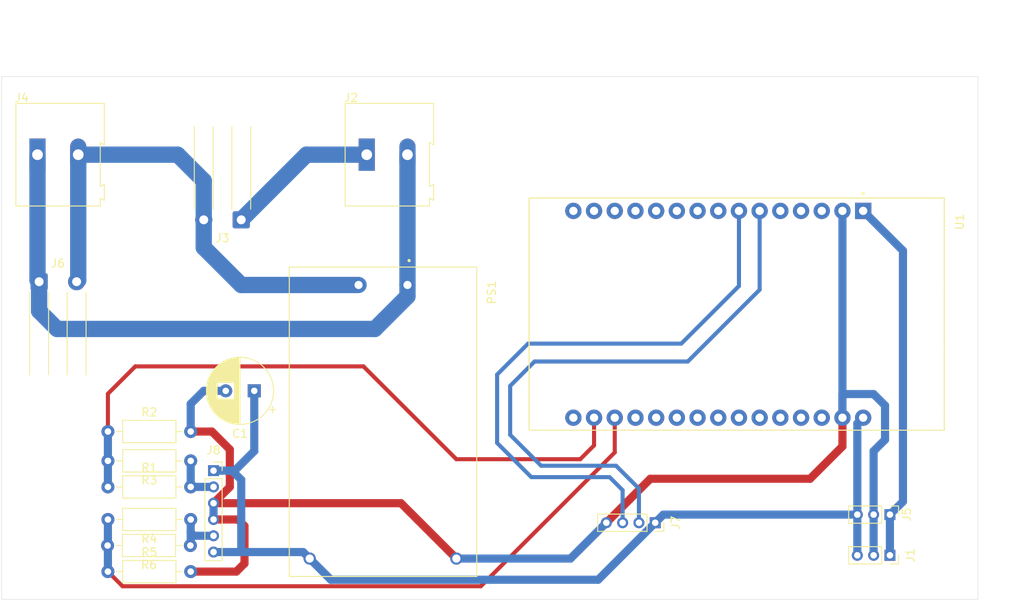
<source format=kicad_pcb>
(kicad_pcb (version 20171130) (host pcbnew "(5.1.10)-1")

  (general
    (thickness 1.6)
    (drawings 6)
    (tracks 107)
    (zones 0)
    (modules 17)
    (nets 35)
  )

  (page A4)
  (title_block
    (title power-iot-meter-prototype-pcb-layout)
    (date 2022-06-12)
    (rev V1)
    (company "Kalyani Government Engineering College")
    (comment 1 "Anindya Kanti Mitra")
    (comment 2 "Rishav Dutta")
    (comment 3 "Anubhav Dutta")
    (comment 4 "Arnab Das")
  )

  (layers
    (0 F.Cu signal)
    (31 B.Cu signal)
    (32 B.Adhes user)
    (33 F.Adhes user)
    (34 B.Paste user)
    (35 F.Paste user)
    (36 B.SilkS user)
    (37 F.SilkS user)
    (38 B.Mask user)
    (39 F.Mask user)
    (40 Dwgs.User user)
    (41 Cmts.User user)
    (42 Eco1.User user)
    (43 Eco2.User user)
    (44 Edge.Cuts user)
    (45 Margin user)
    (46 B.CrtYd user)
    (47 F.CrtYd user)
    (48 B.Fab user)
    (49 F.Fab user)
  )

  (setup
    (last_trace_width 0.5)
    (user_trace_width 0.5)
    (user_trace_width 0.75)
    (user_trace_width 1)
    (user_trace_width 2)
    (trace_clearance 0.2)
    (zone_clearance 0.508)
    (zone_45_only no)
    (trace_min 0.2)
    (via_size 0.8)
    (via_drill 0.4)
    (via_min_size 0.4)
    (via_min_drill 0.3)
    (uvia_size 0.3)
    (uvia_drill 0.1)
    (uvias_allowed no)
    (uvia_min_size 0.2)
    (uvia_min_drill 0.1)
    (edge_width 0.05)
    (segment_width 0.2)
    (pcb_text_width 0.3)
    (pcb_text_size 1.5 1.5)
    (mod_edge_width 0.12)
    (mod_text_size 1 1)
    (mod_text_width 0.15)
    (pad_size 1.524 1.524)
    (pad_drill 0.762)
    (pad_to_mask_clearance 0)
    (aux_axis_origin 0 0)
    (visible_elements 7FFFFFFF)
    (pcbplotparams
      (layerselection 0x010fc_ffffffff)
      (usegerberextensions false)
      (usegerberattributes true)
      (usegerberadvancedattributes true)
      (creategerberjobfile true)
      (excludeedgelayer true)
      (linewidth 0.100000)
      (plotframeref false)
      (viasonmask false)
      (mode 1)
      (useauxorigin false)
      (hpglpennumber 1)
      (hpglpenspeed 20)
      (hpglpendiameter 15.000000)
      (psnegative false)
      (psa4output false)
      (plotreference true)
      (plotvalue true)
      (plotinvisibletext false)
      (padsonsilk false)
      (subtractmaskfromsilk false)
      (outputformat 1)
      (mirror false)
      (drillshape 1)
      (scaleselection 1)
      (outputdirectory ""))
  )

  (net 0 "")
  (net 1 "Net-(U1-Pad16)")
  (net 2 "Net-(U1-Pad19)")
  (net 3 "Net-(U1-Pad20)")
  (net 4 "Net-(U1-Pad21)")
  (net 5 "Net-(U1-Pad22)")
  (net 6 "Net-(U1-Pad23)")
  (net 7 "Net-(U1-Pad24)")
  (net 8 "Net-(U1-Pad25)")
  (net 9 "Net-(U1-Pad26)")
  (net 10 "Net-(U1-Pad27)")
  (net 11 "Net-(U1-Pad28)")
  (net 12 "Net-(U1-Pad15)")
  (net 13 "Net-(U1-Pad14)")
  (net 14 "Net-(U1-Pad13)")
  (net 15 "Net-(U1-Pad12)")
  (net 16 "Net-(U1-Pad11)")
  (net 17 "Net-(U1-Pad10)")
  (net 18 "Net-(U1-Pad9)")
  (net 19 "Net-(U1-Pad8)")
  (net 20 "Net-(U1-Pad5)")
  (net 21 "Net-(U1-Pad4)")
  (net 22 "Net-(U1-Pad3)")
  (net 23 GND)
  (net 24 +5V)
  (net 25 +3V3)
  (net 26 "Net-(J2-Pad2)")
  (net 27 "Net-(J2-Pad1)")
  (net 28 "Net-(J3-Pad2)")
  (net 29 PZEM_RX_PIN)
  (net 30 PZEM_TX_PIN)
  (net 31 "Net-(J8-Pad5)")
  (net 32 "Net-(J8-Pad2)")
  (net 33 VOLTAGE)
  (net 34 CURRENT)

  (net_class Default "This is the default net class."
    (clearance 0.2)
    (trace_width 0.25)
    (via_dia 0.8)
    (via_drill 0.4)
    (uvia_dia 0.3)
    (uvia_drill 0.1)
    (add_net +3V3)
    (add_net +5V)
    (add_net CURRENT)
    (add_net GND)
    (add_net "Net-(J2-Pad1)")
    (add_net "Net-(J2-Pad2)")
    (add_net "Net-(J3-Pad2)")
    (add_net "Net-(J8-Pad2)")
    (add_net "Net-(J8-Pad5)")
    (add_net "Net-(U1-Pad10)")
    (add_net "Net-(U1-Pad11)")
    (add_net "Net-(U1-Pad12)")
    (add_net "Net-(U1-Pad13)")
    (add_net "Net-(U1-Pad14)")
    (add_net "Net-(U1-Pad15)")
    (add_net "Net-(U1-Pad16)")
    (add_net "Net-(U1-Pad19)")
    (add_net "Net-(U1-Pad20)")
    (add_net "Net-(U1-Pad21)")
    (add_net "Net-(U1-Pad22)")
    (add_net "Net-(U1-Pad23)")
    (add_net "Net-(U1-Pad24)")
    (add_net "Net-(U1-Pad25)")
    (add_net "Net-(U1-Pad26)")
    (add_net "Net-(U1-Pad27)")
    (add_net "Net-(U1-Pad28)")
    (add_net "Net-(U1-Pad3)")
    (add_net "Net-(U1-Pad4)")
    (add_net "Net-(U1-Pad5)")
    (add_net "Net-(U1-Pad8)")
    (add_net "Net-(U1-Pad9)")
    (add_net PZEM_RX_PIN)
    (add_net PZEM_TX_PIN)
    (add_net VOLTAGE)
  )

  (module Resistor_THT:R_Axial_DIN0207_L6.3mm_D2.5mm_P10.16mm_Horizontal (layer F.Cu) (tedit 5AE5139B) (tstamp 62A63B39)
    (at 112.16 123.8 180)
    (descr "Resistor, Axial_DIN0207 series, Axial, Horizontal, pin pitch=10.16mm, 0.25W = 1/4W, length*diameter=6.3*2.5mm^2, http://cdn-reichelt.de/documents/datenblatt/B400/1_4W%23YAG.pdf")
    (tags "Resistor Axial_DIN0207 series Axial Horizontal pin pitch 10.16mm 0.25W = 1/4W length 6.3mm diameter 2.5mm")
    (path /62A658D7)
    (fp_text reference R6 (at 5.08 -2.37) (layer F.SilkS)
      (effects (font (size 1 1) (thickness 0.15)))
    )
    (fp_text value 10k (at 5.08 2.37) (layer F.Fab)
      (effects (font (size 1 1) (thickness 0.15)))
    )
    (fp_text user %R (at 5.08 0) (layer F.Fab)
      (effects (font (size 1 1) (thickness 0.15)))
    )
    (fp_line (start 1.93 -1.25) (end 1.93 1.25) (layer F.Fab) (width 0.1))
    (fp_line (start 1.93 1.25) (end 8.23 1.25) (layer F.Fab) (width 0.1))
    (fp_line (start 8.23 1.25) (end 8.23 -1.25) (layer F.Fab) (width 0.1))
    (fp_line (start 8.23 -1.25) (end 1.93 -1.25) (layer F.Fab) (width 0.1))
    (fp_line (start 0 0) (end 1.93 0) (layer F.Fab) (width 0.1))
    (fp_line (start 10.16 0) (end 8.23 0) (layer F.Fab) (width 0.1))
    (fp_line (start 1.81 -1.37) (end 1.81 1.37) (layer F.SilkS) (width 0.12))
    (fp_line (start 1.81 1.37) (end 8.35 1.37) (layer F.SilkS) (width 0.12))
    (fp_line (start 8.35 1.37) (end 8.35 -1.37) (layer F.SilkS) (width 0.12))
    (fp_line (start 8.35 -1.37) (end 1.81 -1.37) (layer F.SilkS) (width 0.12))
    (fp_line (start 1.04 0) (end 1.81 0) (layer F.SilkS) (width 0.12))
    (fp_line (start 9.12 0) (end 8.35 0) (layer F.SilkS) (width 0.12))
    (fp_line (start -1.05 -1.5) (end -1.05 1.5) (layer F.CrtYd) (width 0.05))
    (fp_line (start -1.05 1.5) (end 11.21 1.5) (layer F.CrtYd) (width 0.05))
    (fp_line (start 11.21 1.5) (end 11.21 -1.5) (layer F.CrtYd) (width 0.05))
    (fp_line (start 11.21 -1.5) (end -1.05 -1.5) (layer F.CrtYd) (width 0.05))
    (pad 2 thru_hole oval (at 10.16 0 180) (size 1.6 1.6) (drill 0.8) (layers *.Cu *.Mask)
      (net 34 CURRENT))
    (pad 1 thru_hole circle (at 0 0 180) (size 1.6 1.6) (drill 0.8) (layers *.Cu *.Mask)
      (net 31 "Net-(J8-Pad5)"))
    (model ${KISYS3DMOD}/Resistor_THT.3dshapes/R_Axial_DIN0207_L6.3mm_D2.5mm_P10.16mm_Horizontal.wrl
      (at (xyz 0 0 0))
      (scale (xyz 1 1 1))
      (rotate (xyz 0 0 0))
    )
  )

  (module Resistor_THT:R_Axial_DIN0207_L6.3mm_D2.5mm_P10.16mm_Horizontal (layer F.Cu) (tedit 5AE5139B) (tstamp 62A63B22)
    (at 102.04 127)
    (descr "Resistor, Axial_DIN0207 series, Axial, Horizontal, pin pitch=10.16mm, 0.25W = 1/4W, length*diameter=6.3*2.5mm^2, http://cdn-reichelt.de/documents/datenblatt/B400/1_4W%23YAG.pdf")
    (tags "Resistor Axial_DIN0207 series Axial Horizontal pin pitch 10.16mm 0.25W = 1/4W length 6.3mm diameter 2.5mm")
    (path /62A658DD)
    (fp_text reference R5 (at 5.08 -2.37) (layer F.SilkS)
      (effects (font (size 1 1) (thickness 0.15)))
    )
    (fp_text value 10k (at 5.08 2.37) (layer F.Fab)
      (effects (font (size 1 1) (thickness 0.15)))
    )
    (fp_text user %R (at 5.08 0) (layer F.Fab)
      (effects (font (size 1 1) (thickness 0.15)))
    )
    (fp_line (start 1.93 -1.25) (end 1.93 1.25) (layer F.Fab) (width 0.1))
    (fp_line (start 1.93 1.25) (end 8.23 1.25) (layer F.Fab) (width 0.1))
    (fp_line (start 8.23 1.25) (end 8.23 -1.25) (layer F.Fab) (width 0.1))
    (fp_line (start 8.23 -1.25) (end 1.93 -1.25) (layer F.Fab) (width 0.1))
    (fp_line (start 0 0) (end 1.93 0) (layer F.Fab) (width 0.1))
    (fp_line (start 10.16 0) (end 8.23 0) (layer F.Fab) (width 0.1))
    (fp_line (start 1.81 -1.37) (end 1.81 1.37) (layer F.SilkS) (width 0.12))
    (fp_line (start 1.81 1.37) (end 8.35 1.37) (layer F.SilkS) (width 0.12))
    (fp_line (start 8.35 1.37) (end 8.35 -1.37) (layer F.SilkS) (width 0.12))
    (fp_line (start 8.35 -1.37) (end 1.81 -1.37) (layer F.SilkS) (width 0.12))
    (fp_line (start 1.04 0) (end 1.81 0) (layer F.SilkS) (width 0.12))
    (fp_line (start 9.12 0) (end 8.35 0) (layer F.SilkS) (width 0.12))
    (fp_line (start -1.05 -1.5) (end -1.05 1.5) (layer F.CrtYd) (width 0.05))
    (fp_line (start -1.05 1.5) (end 11.21 1.5) (layer F.CrtYd) (width 0.05))
    (fp_line (start 11.21 1.5) (end 11.21 -1.5) (layer F.CrtYd) (width 0.05))
    (fp_line (start 11.21 -1.5) (end -1.05 -1.5) (layer F.CrtYd) (width 0.05))
    (pad 2 thru_hole oval (at 10.16 0) (size 1.6 1.6) (drill 0.8) (layers *.Cu *.Mask)
      (net 23 GND))
    (pad 1 thru_hole circle (at 0 0) (size 1.6 1.6) (drill 0.8) (layers *.Cu *.Mask)
      (net 34 CURRENT))
    (model ${KISYS3DMOD}/Resistor_THT.3dshapes/R_Axial_DIN0207_L6.3mm_D2.5mm_P10.16mm_Horizontal.wrl
      (at (xyz 0 0 0))
      (scale (xyz 1 1 1))
      (rotate (xyz 0 0 0))
    )
  )

  (module Resistor_THT:R_Axial_DIN0207_L6.3mm_D2.5mm_P10.16mm_Horizontal (layer F.Cu) (tedit 5AE5139B) (tstamp 62A63B0B)
    (at 112.2 120.6 180)
    (descr "Resistor, Axial_DIN0207 series, Axial, Horizontal, pin pitch=10.16mm, 0.25W = 1/4W, length*diameter=6.3*2.5mm^2, http://cdn-reichelt.de/documents/datenblatt/B400/1_4W%23YAG.pdf")
    (tags "Resistor Axial_DIN0207 series Axial Horizontal pin pitch 10.16mm 0.25W = 1/4W length 6.3mm diameter 2.5mm")
    (path /62A658D1)
    (fp_text reference R4 (at 5.08 -2.37) (layer F.SilkS)
      (effects (font (size 1 1) (thickness 0.15)))
    )
    (fp_text value 10k (at 5.08 2.37) (layer F.Fab)
      (effects (font (size 1 1) (thickness 0.15)))
    )
    (fp_text user %R (at 5.08 0) (layer F.Fab)
      (effects (font (size 1 1) (thickness 0.15)))
    )
    (fp_line (start 1.93 -1.25) (end 1.93 1.25) (layer F.Fab) (width 0.1))
    (fp_line (start 1.93 1.25) (end 8.23 1.25) (layer F.Fab) (width 0.1))
    (fp_line (start 8.23 1.25) (end 8.23 -1.25) (layer F.Fab) (width 0.1))
    (fp_line (start 8.23 -1.25) (end 1.93 -1.25) (layer F.Fab) (width 0.1))
    (fp_line (start 0 0) (end 1.93 0) (layer F.Fab) (width 0.1))
    (fp_line (start 10.16 0) (end 8.23 0) (layer F.Fab) (width 0.1))
    (fp_line (start 1.81 -1.37) (end 1.81 1.37) (layer F.SilkS) (width 0.12))
    (fp_line (start 1.81 1.37) (end 8.35 1.37) (layer F.SilkS) (width 0.12))
    (fp_line (start 8.35 1.37) (end 8.35 -1.37) (layer F.SilkS) (width 0.12))
    (fp_line (start 8.35 -1.37) (end 1.81 -1.37) (layer F.SilkS) (width 0.12))
    (fp_line (start 1.04 0) (end 1.81 0) (layer F.SilkS) (width 0.12))
    (fp_line (start 9.12 0) (end 8.35 0) (layer F.SilkS) (width 0.12))
    (fp_line (start -1.05 -1.5) (end -1.05 1.5) (layer F.CrtYd) (width 0.05))
    (fp_line (start -1.05 1.5) (end 11.21 1.5) (layer F.CrtYd) (width 0.05))
    (fp_line (start 11.21 1.5) (end 11.21 -1.5) (layer F.CrtYd) (width 0.05))
    (fp_line (start 11.21 -1.5) (end -1.05 -1.5) (layer F.CrtYd) (width 0.05))
    (pad 2 thru_hole oval (at 10.16 0 180) (size 1.6 1.6) (drill 0.8) (layers *.Cu *.Mask)
      (net 34 CURRENT))
    (pad 1 thru_hole circle (at 0 0 180) (size 1.6 1.6) (drill 0.8) (layers *.Cu *.Mask)
      (net 31 "Net-(J8-Pad5)"))
    (model ${KISYS3DMOD}/Resistor_THT.3dshapes/R_Axial_DIN0207_L6.3mm_D2.5mm_P10.16mm_Horizontal.wrl
      (at (xyz 0 0 0))
      (scale (xyz 1 1 1))
      (rotate (xyz 0 0 0))
    )
  )

  (module Resistor_THT:R_Axial_DIN0207_L6.3mm_D2.5mm_P10.16mm_Horizontal (layer F.Cu) (tedit 5AE5139B) (tstamp 62A63AF4)
    (at 112.2 113.4 180)
    (descr "Resistor, Axial_DIN0207 series, Axial, Horizontal, pin pitch=10.16mm, 0.25W = 1/4W, length*diameter=6.3*2.5mm^2, http://cdn-reichelt.de/documents/datenblatt/B400/1_4W%23YAG.pdf")
    (tags "Resistor Axial_DIN0207 series Axial Horizontal pin pitch 10.16mm 0.25W = 1/4W length 6.3mm diameter 2.5mm")
    (path /62A62A21)
    (fp_text reference R3 (at 5.08 -2.37) (layer F.SilkS)
      (effects (font (size 1 1) (thickness 0.15)))
    )
    (fp_text value 10k (at 5.08 2.37) (layer F.Fab)
      (effects (font (size 1 1) (thickness 0.15)))
    )
    (fp_text user %R (at 5.08 0) (layer F.Fab)
      (effects (font (size 1 1) (thickness 0.15)))
    )
    (fp_line (start 1.93 -1.25) (end 1.93 1.25) (layer F.Fab) (width 0.1))
    (fp_line (start 1.93 1.25) (end 8.23 1.25) (layer F.Fab) (width 0.1))
    (fp_line (start 8.23 1.25) (end 8.23 -1.25) (layer F.Fab) (width 0.1))
    (fp_line (start 8.23 -1.25) (end 1.93 -1.25) (layer F.Fab) (width 0.1))
    (fp_line (start 0 0) (end 1.93 0) (layer F.Fab) (width 0.1))
    (fp_line (start 10.16 0) (end 8.23 0) (layer F.Fab) (width 0.1))
    (fp_line (start 1.81 -1.37) (end 1.81 1.37) (layer F.SilkS) (width 0.12))
    (fp_line (start 1.81 1.37) (end 8.35 1.37) (layer F.SilkS) (width 0.12))
    (fp_line (start 8.35 1.37) (end 8.35 -1.37) (layer F.SilkS) (width 0.12))
    (fp_line (start 8.35 -1.37) (end 1.81 -1.37) (layer F.SilkS) (width 0.12))
    (fp_line (start 1.04 0) (end 1.81 0) (layer F.SilkS) (width 0.12))
    (fp_line (start 9.12 0) (end 8.35 0) (layer F.SilkS) (width 0.12))
    (fp_line (start -1.05 -1.5) (end -1.05 1.5) (layer F.CrtYd) (width 0.05))
    (fp_line (start -1.05 1.5) (end 11.21 1.5) (layer F.CrtYd) (width 0.05))
    (fp_line (start 11.21 1.5) (end 11.21 -1.5) (layer F.CrtYd) (width 0.05))
    (fp_line (start 11.21 -1.5) (end -1.05 -1.5) (layer F.CrtYd) (width 0.05))
    (pad 2 thru_hole oval (at 10.16 0 180) (size 1.6 1.6) (drill 0.8) (layers *.Cu *.Mask)
      (net 33 VOLTAGE))
    (pad 1 thru_hole circle (at 0 0 180) (size 1.6 1.6) (drill 0.8) (layers *.Cu *.Mask)
      (net 32 "Net-(J8-Pad2)"))
    (model ${KISYS3DMOD}/Resistor_THT.3dshapes/R_Axial_DIN0207_L6.3mm_D2.5mm_P10.16mm_Horizontal.wrl
      (at (xyz 0 0 0))
      (scale (xyz 1 1 1))
      (rotate (xyz 0 0 0))
    )
  )

  (module Resistor_THT:R_Axial_DIN0207_L6.3mm_D2.5mm_P10.16mm_Horizontal (layer F.Cu) (tedit 5AE5139B) (tstamp 62A63ADD)
    (at 102.04 109.8)
    (descr "Resistor, Axial_DIN0207 series, Axial, Horizontal, pin pitch=10.16mm, 0.25W = 1/4W, length*diameter=6.3*2.5mm^2, http://cdn-reichelt.de/documents/datenblatt/B400/1_4W%23YAG.pdf")
    (tags "Resistor Axial_DIN0207 series Axial Horizontal pin pitch 10.16mm 0.25W = 1/4W length 6.3mm diameter 2.5mm")
    (path /62A632AD)
    (fp_text reference R2 (at 5.08 -2.37) (layer F.SilkS)
      (effects (font (size 1 1) (thickness 0.15)))
    )
    (fp_text value 10k (at 5.08 2.37) (layer F.Fab)
      (effects (font (size 1 1) (thickness 0.15)))
    )
    (fp_text user %R (at 5.08 0) (layer F.Fab)
      (effects (font (size 1 1) (thickness 0.15)))
    )
    (fp_line (start 1.93 -1.25) (end 1.93 1.25) (layer F.Fab) (width 0.1))
    (fp_line (start 1.93 1.25) (end 8.23 1.25) (layer F.Fab) (width 0.1))
    (fp_line (start 8.23 1.25) (end 8.23 -1.25) (layer F.Fab) (width 0.1))
    (fp_line (start 8.23 -1.25) (end 1.93 -1.25) (layer F.Fab) (width 0.1))
    (fp_line (start 0 0) (end 1.93 0) (layer F.Fab) (width 0.1))
    (fp_line (start 10.16 0) (end 8.23 0) (layer F.Fab) (width 0.1))
    (fp_line (start 1.81 -1.37) (end 1.81 1.37) (layer F.SilkS) (width 0.12))
    (fp_line (start 1.81 1.37) (end 8.35 1.37) (layer F.SilkS) (width 0.12))
    (fp_line (start 8.35 1.37) (end 8.35 -1.37) (layer F.SilkS) (width 0.12))
    (fp_line (start 8.35 -1.37) (end 1.81 -1.37) (layer F.SilkS) (width 0.12))
    (fp_line (start 1.04 0) (end 1.81 0) (layer F.SilkS) (width 0.12))
    (fp_line (start 9.12 0) (end 8.35 0) (layer F.SilkS) (width 0.12))
    (fp_line (start -1.05 -1.5) (end -1.05 1.5) (layer F.CrtYd) (width 0.05))
    (fp_line (start -1.05 1.5) (end 11.21 1.5) (layer F.CrtYd) (width 0.05))
    (fp_line (start 11.21 1.5) (end 11.21 -1.5) (layer F.CrtYd) (width 0.05))
    (fp_line (start 11.21 -1.5) (end -1.05 -1.5) (layer F.CrtYd) (width 0.05))
    (pad 2 thru_hole oval (at 10.16 0) (size 1.6 1.6) (drill 0.8) (layers *.Cu *.Mask)
      (net 23 GND))
    (pad 1 thru_hole circle (at 0 0) (size 1.6 1.6) (drill 0.8) (layers *.Cu *.Mask)
      (net 33 VOLTAGE))
    (model ${KISYS3DMOD}/Resistor_THT.3dshapes/R_Axial_DIN0207_L6.3mm_D2.5mm_P10.16mm_Horizontal.wrl
      (at (xyz 0 0 0))
      (scale (xyz 1 1 1))
      (rotate (xyz 0 0 0))
    )
  )

  (module Resistor_THT:R_Axial_DIN0207_L6.3mm_D2.5mm_P10.16mm_Horizontal (layer F.Cu) (tedit 5AE5139B) (tstamp 62A63AC6)
    (at 102.04 116.6)
    (descr "Resistor, Axial_DIN0207 series, Axial, Horizontal, pin pitch=10.16mm, 0.25W = 1/4W, length*diameter=6.3*2.5mm^2, http://cdn-reichelt.de/documents/datenblatt/B400/1_4W%23YAG.pdf")
    (tags "Resistor Axial_DIN0207 series Axial Horizontal pin pitch 10.16mm 0.25W = 1/4W length 6.3mm diameter 2.5mm")
    (path /62A60E07)
    (fp_text reference R1 (at 5.08 -2.37) (layer F.SilkS)
      (effects (font (size 1 1) (thickness 0.15)))
    )
    (fp_text value 10k (at 5.08 2.37) (layer F.Fab)
      (effects (font (size 1 1) (thickness 0.15)))
    )
    (fp_text user %R (at 5.08 0) (layer F.Fab)
      (effects (font (size 1 1) (thickness 0.15)))
    )
    (fp_line (start 1.93 -1.25) (end 1.93 1.25) (layer F.Fab) (width 0.1))
    (fp_line (start 1.93 1.25) (end 8.23 1.25) (layer F.Fab) (width 0.1))
    (fp_line (start 8.23 1.25) (end 8.23 -1.25) (layer F.Fab) (width 0.1))
    (fp_line (start 8.23 -1.25) (end 1.93 -1.25) (layer F.Fab) (width 0.1))
    (fp_line (start 0 0) (end 1.93 0) (layer F.Fab) (width 0.1))
    (fp_line (start 10.16 0) (end 8.23 0) (layer F.Fab) (width 0.1))
    (fp_line (start 1.81 -1.37) (end 1.81 1.37) (layer F.SilkS) (width 0.12))
    (fp_line (start 1.81 1.37) (end 8.35 1.37) (layer F.SilkS) (width 0.12))
    (fp_line (start 8.35 1.37) (end 8.35 -1.37) (layer F.SilkS) (width 0.12))
    (fp_line (start 8.35 -1.37) (end 1.81 -1.37) (layer F.SilkS) (width 0.12))
    (fp_line (start 1.04 0) (end 1.81 0) (layer F.SilkS) (width 0.12))
    (fp_line (start 9.12 0) (end 8.35 0) (layer F.SilkS) (width 0.12))
    (fp_line (start -1.05 -1.5) (end -1.05 1.5) (layer F.CrtYd) (width 0.05))
    (fp_line (start -1.05 1.5) (end 11.21 1.5) (layer F.CrtYd) (width 0.05))
    (fp_line (start 11.21 1.5) (end 11.21 -1.5) (layer F.CrtYd) (width 0.05))
    (fp_line (start 11.21 -1.5) (end -1.05 -1.5) (layer F.CrtYd) (width 0.05))
    (pad 2 thru_hole oval (at 10.16 0) (size 1.6 1.6) (drill 0.8) (layers *.Cu *.Mask)
      (net 32 "Net-(J8-Pad2)"))
    (pad 1 thru_hole circle (at 0 0) (size 1.6 1.6) (drill 0.8) (layers *.Cu *.Mask)
      (net 33 VOLTAGE))
    (model ${KISYS3DMOD}/Resistor_THT.3dshapes/R_Axial_DIN0207_L6.3mm_D2.5mm_P10.16mm_Horizontal.wrl
      (at (xyz 0 0 0))
      (scale (xyz 1 1 1))
      (rotate (xyz 0 0 0))
    )
  )

  (module Connector_PinSocket_2.00mm:PinSocket_1x06_P2.00mm_Vertical (layer F.Cu) (tedit 5A19A421) (tstamp 62A63A85)
    (at 115 114.6)
    (descr "Through hole straight socket strip, 1x06, 2.00mm pitch, single row (from Kicad 4.0.7), script generated")
    (tags "Through hole socket strip THT 1x06 2.00mm single row")
    (path /62A663F3)
    (fp_text reference J8 (at 0 -2.5) (layer F.SilkS)
      (effects (font (size 1 1) (thickness 0.15)))
    )
    (fp_text value VOLTAGE_CURRENT (at 0 12.5) (layer F.Fab)
      (effects (font (size 1 1) (thickness 0.15)))
    )
    (fp_text user %R (at 0 5 90) (layer F.Fab)
      (effects (font (size 1 1) (thickness 0.15)))
    )
    (fp_line (start -1 -1) (end 0.5 -1) (layer F.Fab) (width 0.1))
    (fp_line (start 0.5 -1) (end 1 -0.5) (layer F.Fab) (width 0.1))
    (fp_line (start 1 -0.5) (end 1 11) (layer F.Fab) (width 0.1))
    (fp_line (start 1 11) (end -1 11) (layer F.Fab) (width 0.1))
    (fp_line (start -1 11) (end -1 -1) (layer F.Fab) (width 0.1))
    (fp_line (start -1.06 1) (end 1.06 1) (layer F.SilkS) (width 0.12))
    (fp_line (start -1.06 1) (end -1.06 11.06) (layer F.SilkS) (width 0.12))
    (fp_line (start -1.06 11.06) (end 1.06 11.06) (layer F.SilkS) (width 0.12))
    (fp_line (start 1.06 1) (end 1.06 11.06) (layer F.SilkS) (width 0.12))
    (fp_line (start 1.06 -1.06) (end 1.06 0) (layer F.SilkS) (width 0.12))
    (fp_line (start 0 -1.06) (end 1.06 -1.06) (layer F.SilkS) (width 0.12))
    (fp_line (start -1.5 -1.5) (end 1.5 -1.5) (layer F.CrtYd) (width 0.05))
    (fp_line (start 1.5 -1.5) (end 1.5 11.5) (layer F.CrtYd) (width 0.05))
    (fp_line (start 1.5 11.5) (end -1.5 11.5) (layer F.CrtYd) (width 0.05))
    (fp_line (start -1.5 11.5) (end -1.5 -1.5) (layer F.CrtYd) (width 0.05))
    (pad 6 thru_hole oval (at 0 10) (size 1.35 1.35) (drill 0.8) (layers *.Cu *.Mask)
      (net 24 +5V))
    (pad 5 thru_hole oval (at 0 8) (size 1.35 1.35) (drill 0.8) (layers *.Cu *.Mask)
      (net 31 "Net-(J8-Pad5)"))
    (pad 4 thru_hole oval (at 0 6) (size 1.35 1.35) (drill 0.8) (layers *.Cu *.Mask)
      (net 23 GND))
    (pad 3 thru_hole oval (at 0 4) (size 1.35 1.35) (drill 0.8) (layers *.Cu *.Mask)
      (net 23 GND))
    (pad 2 thru_hole oval (at 0 2) (size 1.35 1.35) (drill 0.8) (layers *.Cu *.Mask)
      (net 32 "Net-(J8-Pad2)"))
    (pad 1 thru_hole rect (at 0 0) (size 1.35 1.35) (drill 0.8) (layers *.Cu *.Mask)
      (net 24 +5V))
    (model ${KISYS3DMOD}/Connector_PinSocket_2.00mm.3dshapes/PinSocket_1x06_P2.00mm_Vertical.wrl
      (at (xyz 0 0 0))
      (scale (xyz 1 1 1))
      (rotate (xyz 0 0 0))
    )
  )

  (module Capacitor_THT:CP_Radial_D8.0mm_P3.50mm (layer F.Cu) (tedit 5AE50EF0) (tstamp 62A638FD)
    (at 120 104.8 180)
    (descr "CP, Radial series, Radial, pin pitch=3.50mm, , diameter=8mm, Electrolytic Capacitor")
    (tags "CP Radial series Radial pin pitch 3.50mm  diameter 8mm Electrolytic Capacitor")
    (path /62AD1391)
    (fp_text reference C1 (at 1.75 -5.25) (layer F.SilkS)
      (effects (font (size 1 1) (thickness 0.15)))
    )
    (fp_text value 100uF (at 1.75 5.25) (layer F.Fab)
      (effects (font (size 1 1) (thickness 0.15)))
    )
    (fp_text user %R (at 1.75 0) (layer F.Fab)
      (effects (font (size 1 1) (thickness 0.15)))
    )
    (fp_circle (center 1.75 0) (end 5.75 0) (layer F.Fab) (width 0.1))
    (fp_circle (center 1.75 0) (end 5.87 0) (layer F.SilkS) (width 0.12))
    (fp_circle (center 1.75 0) (end 6 0) (layer F.CrtYd) (width 0.05))
    (fp_line (start -1.676759 -1.7475) (end -0.876759 -1.7475) (layer F.Fab) (width 0.1))
    (fp_line (start -1.276759 -2.1475) (end -1.276759 -1.3475) (layer F.Fab) (width 0.1))
    (fp_line (start 1.75 -4.08) (end 1.75 4.08) (layer F.SilkS) (width 0.12))
    (fp_line (start 1.79 -4.08) (end 1.79 4.08) (layer F.SilkS) (width 0.12))
    (fp_line (start 1.83 -4.08) (end 1.83 4.08) (layer F.SilkS) (width 0.12))
    (fp_line (start 1.87 -4.079) (end 1.87 4.079) (layer F.SilkS) (width 0.12))
    (fp_line (start 1.91 -4.077) (end 1.91 4.077) (layer F.SilkS) (width 0.12))
    (fp_line (start 1.95 -4.076) (end 1.95 4.076) (layer F.SilkS) (width 0.12))
    (fp_line (start 1.99 -4.074) (end 1.99 4.074) (layer F.SilkS) (width 0.12))
    (fp_line (start 2.03 -4.071) (end 2.03 4.071) (layer F.SilkS) (width 0.12))
    (fp_line (start 2.07 -4.068) (end 2.07 4.068) (layer F.SilkS) (width 0.12))
    (fp_line (start 2.11 -4.065) (end 2.11 4.065) (layer F.SilkS) (width 0.12))
    (fp_line (start 2.15 -4.061) (end 2.15 4.061) (layer F.SilkS) (width 0.12))
    (fp_line (start 2.19 -4.057) (end 2.19 4.057) (layer F.SilkS) (width 0.12))
    (fp_line (start 2.23 -4.052) (end 2.23 4.052) (layer F.SilkS) (width 0.12))
    (fp_line (start 2.27 -4.048) (end 2.27 4.048) (layer F.SilkS) (width 0.12))
    (fp_line (start 2.31 -4.042) (end 2.31 4.042) (layer F.SilkS) (width 0.12))
    (fp_line (start 2.35 -4.037) (end 2.35 4.037) (layer F.SilkS) (width 0.12))
    (fp_line (start 2.39 -4.03) (end 2.39 4.03) (layer F.SilkS) (width 0.12))
    (fp_line (start 2.43 -4.024) (end 2.43 4.024) (layer F.SilkS) (width 0.12))
    (fp_line (start 2.471 -4.017) (end 2.471 -1.04) (layer F.SilkS) (width 0.12))
    (fp_line (start 2.471 1.04) (end 2.471 4.017) (layer F.SilkS) (width 0.12))
    (fp_line (start 2.511 -4.01) (end 2.511 -1.04) (layer F.SilkS) (width 0.12))
    (fp_line (start 2.511 1.04) (end 2.511 4.01) (layer F.SilkS) (width 0.12))
    (fp_line (start 2.551 -4.002) (end 2.551 -1.04) (layer F.SilkS) (width 0.12))
    (fp_line (start 2.551 1.04) (end 2.551 4.002) (layer F.SilkS) (width 0.12))
    (fp_line (start 2.591 -3.994) (end 2.591 -1.04) (layer F.SilkS) (width 0.12))
    (fp_line (start 2.591 1.04) (end 2.591 3.994) (layer F.SilkS) (width 0.12))
    (fp_line (start 2.631 -3.985) (end 2.631 -1.04) (layer F.SilkS) (width 0.12))
    (fp_line (start 2.631 1.04) (end 2.631 3.985) (layer F.SilkS) (width 0.12))
    (fp_line (start 2.671 -3.976) (end 2.671 -1.04) (layer F.SilkS) (width 0.12))
    (fp_line (start 2.671 1.04) (end 2.671 3.976) (layer F.SilkS) (width 0.12))
    (fp_line (start 2.711 -3.967) (end 2.711 -1.04) (layer F.SilkS) (width 0.12))
    (fp_line (start 2.711 1.04) (end 2.711 3.967) (layer F.SilkS) (width 0.12))
    (fp_line (start 2.751 -3.957) (end 2.751 -1.04) (layer F.SilkS) (width 0.12))
    (fp_line (start 2.751 1.04) (end 2.751 3.957) (layer F.SilkS) (width 0.12))
    (fp_line (start 2.791 -3.947) (end 2.791 -1.04) (layer F.SilkS) (width 0.12))
    (fp_line (start 2.791 1.04) (end 2.791 3.947) (layer F.SilkS) (width 0.12))
    (fp_line (start 2.831 -3.936) (end 2.831 -1.04) (layer F.SilkS) (width 0.12))
    (fp_line (start 2.831 1.04) (end 2.831 3.936) (layer F.SilkS) (width 0.12))
    (fp_line (start 2.871 -3.925) (end 2.871 -1.04) (layer F.SilkS) (width 0.12))
    (fp_line (start 2.871 1.04) (end 2.871 3.925) (layer F.SilkS) (width 0.12))
    (fp_line (start 2.911 -3.914) (end 2.911 -1.04) (layer F.SilkS) (width 0.12))
    (fp_line (start 2.911 1.04) (end 2.911 3.914) (layer F.SilkS) (width 0.12))
    (fp_line (start 2.951 -3.902) (end 2.951 -1.04) (layer F.SilkS) (width 0.12))
    (fp_line (start 2.951 1.04) (end 2.951 3.902) (layer F.SilkS) (width 0.12))
    (fp_line (start 2.991 -3.889) (end 2.991 -1.04) (layer F.SilkS) (width 0.12))
    (fp_line (start 2.991 1.04) (end 2.991 3.889) (layer F.SilkS) (width 0.12))
    (fp_line (start 3.031 -3.877) (end 3.031 -1.04) (layer F.SilkS) (width 0.12))
    (fp_line (start 3.031 1.04) (end 3.031 3.877) (layer F.SilkS) (width 0.12))
    (fp_line (start 3.071 -3.863) (end 3.071 -1.04) (layer F.SilkS) (width 0.12))
    (fp_line (start 3.071 1.04) (end 3.071 3.863) (layer F.SilkS) (width 0.12))
    (fp_line (start 3.111 -3.85) (end 3.111 -1.04) (layer F.SilkS) (width 0.12))
    (fp_line (start 3.111 1.04) (end 3.111 3.85) (layer F.SilkS) (width 0.12))
    (fp_line (start 3.151 -3.835) (end 3.151 -1.04) (layer F.SilkS) (width 0.12))
    (fp_line (start 3.151 1.04) (end 3.151 3.835) (layer F.SilkS) (width 0.12))
    (fp_line (start 3.191 -3.821) (end 3.191 -1.04) (layer F.SilkS) (width 0.12))
    (fp_line (start 3.191 1.04) (end 3.191 3.821) (layer F.SilkS) (width 0.12))
    (fp_line (start 3.231 -3.805) (end 3.231 -1.04) (layer F.SilkS) (width 0.12))
    (fp_line (start 3.231 1.04) (end 3.231 3.805) (layer F.SilkS) (width 0.12))
    (fp_line (start 3.271 -3.79) (end 3.271 -1.04) (layer F.SilkS) (width 0.12))
    (fp_line (start 3.271 1.04) (end 3.271 3.79) (layer F.SilkS) (width 0.12))
    (fp_line (start 3.311 -3.774) (end 3.311 -1.04) (layer F.SilkS) (width 0.12))
    (fp_line (start 3.311 1.04) (end 3.311 3.774) (layer F.SilkS) (width 0.12))
    (fp_line (start 3.351 -3.757) (end 3.351 -1.04) (layer F.SilkS) (width 0.12))
    (fp_line (start 3.351 1.04) (end 3.351 3.757) (layer F.SilkS) (width 0.12))
    (fp_line (start 3.391 -3.74) (end 3.391 -1.04) (layer F.SilkS) (width 0.12))
    (fp_line (start 3.391 1.04) (end 3.391 3.74) (layer F.SilkS) (width 0.12))
    (fp_line (start 3.431 -3.722) (end 3.431 -1.04) (layer F.SilkS) (width 0.12))
    (fp_line (start 3.431 1.04) (end 3.431 3.722) (layer F.SilkS) (width 0.12))
    (fp_line (start 3.471 -3.704) (end 3.471 -1.04) (layer F.SilkS) (width 0.12))
    (fp_line (start 3.471 1.04) (end 3.471 3.704) (layer F.SilkS) (width 0.12))
    (fp_line (start 3.511 -3.686) (end 3.511 -1.04) (layer F.SilkS) (width 0.12))
    (fp_line (start 3.511 1.04) (end 3.511 3.686) (layer F.SilkS) (width 0.12))
    (fp_line (start 3.551 -3.666) (end 3.551 -1.04) (layer F.SilkS) (width 0.12))
    (fp_line (start 3.551 1.04) (end 3.551 3.666) (layer F.SilkS) (width 0.12))
    (fp_line (start 3.591 -3.647) (end 3.591 -1.04) (layer F.SilkS) (width 0.12))
    (fp_line (start 3.591 1.04) (end 3.591 3.647) (layer F.SilkS) (width 0.12))
    (fp_line (start 3.631 -3.627) (end 3.631 -1.04) (layer F.SilkS) (width 0.12))
    (fp_line (start 3.631 1.04) (end 3.631 3.627) (layer F.SilkS) (width 0.12))
    (fp_line (start 3.671 -3.606) (end 3.671 -1.04) (layer F.SilkS) (width 0.12))
    (fp_line (start 3.671 1.04) (end 3.671 3.606) (layer F.SilkS) (width 0.12))
    (fp_line (start 3.711 -3.584) (end 3.711 -1.04) (layer F.SilkS) (width 0.12))
    (fp_line (start 3.711 1.04) (end 3.711 3.584) (layer F.SilkS) (width 0.12))
    (fp_line (start 3.751 -3.562) (end 3.751 -1.04) (layer F.SilkS) (width 0.12))
    (fp_line (start 3.751 1.04) (end 3.751 3.562) (layer F.SilkS) (width 0.12))
    (fp_line (start 3.791 -3.54) (end 3.791 -1.04) (layer F.SilkS) (width 0.12))
    (fp_line (start 3.791 1.04) (end 3.791 3.54) (layer F.SilkS) (width 0.12))
    (fp_line (start 3.831 -3.517) (end 3.831 -1.04) (layer F.SilkS) (width 0.12))
    (fp_line (start 3.831 1.04) (end 3.831 3.517) (layer F.SilkS) (width 0.12))
    (fp_line (start 3.871 -3.493) (end 3.871 -1.04) (layer F.SilkS) (width 0.12))
    (fp_line (start 3.871 1.04) (end 3.871 3.493) (layer F.SilkS) (width 0.12))
    (fp_line (start 3.911 -3.469) (end 3.911 -1.04) (layer F.SilkS) (width 0.12))
    (fp_line (start 3.911 1.04) (end 3.911 3.469) (layer F.SilkS) (width 0.12))
    (fp_line (start 3.951 -3.444) (end 3.951 -1.04) (layer F.SilkS) (width 0.12))
    (fp_line (start 3.951 1.04) (end 3.951 3.444) (layer F.SilkS) (width 0.12))
    (fp_line (start 3.991 -3.418) (end 3.991 -1.04) (layer F.SilkS) (width 0.12))
    (fp_line (start 3.991 1.04) (end 3.991 3.418) (layer F.SilkS) (width 0.12))
    (fp_line (start 4.031 -3.392) (end 4.031 -1.04) (layer F.SilkS) (width 0.12))
    (fp_line (start 4.031 1.04) (end 4.031 3.392) (layer F.SilkS) (width 0.12))
    (fp_line (start 4.071 -3.365) (end 4.071 -1.04) (layer F.SilkS) (width 0.12))
    (fp_line (start 4.071 1.04) (end 4.071 3.365) (layer F.SilkS) (width 0.12))
    (fp_line (start 4.111 -3.338) (end 4.111 -1.04) (layer F.SilkS) (width 0.12))
    (fp_line (start 4.111 1.04) (end 4.111 3.338) (layer F.SilkS) (width 0.12))
    (fp_line (start 4.151 -3.309) (end 4.151 -1.04) (layer F.SilkS) (width 0.12))
    (fp_line (start 4.151 1.04) (end 4.151 3.309) (layer F.SilkS) (width 0.12))
    (fp_line (start 4.191 -3.28) (end 4.191 -1.04) (layer F.SilkS) (width 0.12))
    (fp_line (start 4.191 1.04) (end 4.191 3.28) (layer F.SilkS) (width 0.12))
    (fp_line (start 4.231 -3.25) (end 4.231 -1.04) (layer F.SilkS) (width 0.12))
    (fp_line (start 4.231 1.04) (end 4.231 3.25) (layer F.SilkS) (width 0.12))
    (fp_line (start 4.271 -3.22) (end 4.271 -1.04) (layer F.SilkS) (width 0.12))
    (fp_line (start 4.271 1.04) (end 4.271 3.22) (layer F.SilkS) (width 0.12))
    (fp_line (start 4.311 -3.189) (end 4.311 -1.04) (layer F.SilkS) (width 0.12))
    (fp_line (start 4.311 1.04) (end 4.311 3.189) (layer F.SilkS) (width 0.12))
    (fp_line (start 4.351 -3.156) (end 4.351 -1.04) (layer F.SilkS) (width 0.12))
    (fp_line (start 4.351 1.04) (end 4.351 3.156) (layer F.SilkS) (width 0.12))
    (fp_line (start 4.391 -3.124) (end 4.391 -1.04) (layer F.SilkS) (width 0.12))
    (fp_line (start 4.391 1.04) (end 4.391 3.124) (layer F.SilkS) (width 0.12))
    (fp_line (start 4.431 -3.09) (end 4.431 -1.04) (layer F.SilkS) (width 0.12))
    (fp_line (start 4.431 1.04) (end 4.431 3.09) (layer F.SilkS) (width 0.12))
    (fp_line (start 4.471 -3.055) (end 4.471 -1.04) (layer F.SilkS) (width 0.12))
    (fp_line (start 4.471 1.04) (end 4.471 3.055) (layer F.SilkS) (width 0.12))
    (fp_line (start 4.511 -3.019) (end 4.511 -1.04) (layer F.SilkS) (width 0.12))
    (fp_line (start 4.511 1.04) (end 4.511 3.019) (layer F.SilkS) (width 0.12))
    (fp_line (start 4.551 -2.983) (end 4.551 2.983) (layer F.SilkS) (width 0.12))
    (fp_line (start 4.591 -2.945) (end 4.591 2.945) (layer F.SilkS) (width 0.12))
    (fp_line (start 4.631 -2.907) (end 4.631 2.907) (layer F.SilkS) (width 0.12))
    (fp_line (start 4.671 -2.867) (end 4.671 2.867) (layer F.SilkS) (width 0.12))
    (fp_line (start 4.711 -2.826) (end 4.711 2.826) (layer F.SilkS) (width 0.12))
    (fp_line (start 4.751 -2.784) (end 4.751 2.784) (layer F.SilkS) (width 0.12))
    (fp_line (start 4.791 -2.741) (end 4.791 2.741) (layer F.SilkS) (width 0.12))
    (fp_line (start 4.831 -2.697) (end 4.831 2.697) (layer F.SilkS) (width 0.12))
    (fp_line (start 4.871 -2.651) (end 4.871 2.651) (layer F.SilkS) (width 0.12))
    (fp_line (start 4.911 -2.604) (end 4.911 2.604) (layer F.SilkS) (width 0.12))
    (fp_line (start 4.951 -2.556) (end 4.951 2.556) (layer F.SilkS) (width 0.12))
    (fp_line (start 4.991 -2.505) (end 4.991 2.505) (layer F.SilkS) (width 0.12))
    (fp_line (start 5.031 -2.454) (end 5.031 2.454) (layer F.SilkS) (width 0.12))
    (fp_line (start 5.071 -2.4) (end 5.071 2.4) (layer F.SilkS) (width 0.12))
    (fp_line (start 5.111 -2.345) (end 5.111 2.345) (layer F.SilkS) (width 0.12))
    (fp_line (start 5.151 -2.287) (end 5.151 2.287) (layer F.SilkS) (width 0.12))
    (fp_line (start 5.191 -2.228) (end 5.191 2.228) (layer F.SilkS) (width 0.12))
    (fp_line (start 5.231 -2.166) (end 5.231 2.166) (layer F.SilkS) (width 0.12))
    (fp_line (start 5.271 -2.102) (end 5.271 2.102) (layer F.SilkS) (width 0.12))
    (fp_line (start 5.311 -2.034) (end 5.311 2.034) (layer F.SilkS) (width 0.12))
    (fp_line (start 5.351 -1.964) (end 5.351 1.964) (layer F.SilkS) (width 0.12))
    (fp_line (start 5.391 -1.89) (end 5.391 1.89) (layer F.SilkS) (width 0.12))
    (fp_line (start 5.431 -1.813) (end 5.431 1.813) (layer F.SilkS) (width 0.12))
    (fp_line (start 5.471 -1.731) (end 5.471 1.731) (layer F.SilkS) (width 0.12))
    (fp_line (start 5.511 -1.645) (end 5.511 1.645) (layer F.SilkS) (width 0.12))
    (fp_line (start 5.551 -1.552) (end 5.551 1.552) (layer F.SilkS) (width 0.12))
    (fp_line (start 5.591 -1.453) (end 5.591 1.453) (layer F.SilkS) (width 0.12))
    (fp_line (start 5.631 -1.346) (end 5.631 1.346) (layer F.SilkS) (width 0.12))
    (fp_line (start 5.671 -1.229) (end 5.671 1.229) (layer F.SilkS) (width 0.12))
    (fp_line (start 5.711 -1.098) (end 5.711 1.098) (layer F.SilkS) (width 0.12))
    (fp_line (start 5.751 -0.948) (end 5.751 0.948) (layer F.SilkS) (width 0.12))
    (fp_line (start 5.791 -0.768) (end 5.791 0.768) (layer F.SilkS) (width 0.12))
    (fp_line (start 5.831 -0.533) (end 5.831 0.533) (layer F.SilkS) (width 0.12))
    (fp_line (start -2.659698 -2.315) (end -1.859698 -2.315) (layer F.SilkS) (width 0.12))
    (fp_line (start -2.259698 -2.715) (end -2.259698 -1.915) (layer F.SilkS) (width 0.12))
    (pad 2 thru_hole circle (at 3.5 0 180) (size 1.6 1.6) (drill 0.8) (layers *.Cu *.Mask)
      (net 23 GND))
    (pad 1 thru_hole rect (at 0 0 180) (size 1.6 1.6) (drill 0.8) (layers *.Cu *.Mask)
      (net 24 +5V))
    (model ${KISYS3DMOD}/Capacitor_THT.3dshapes/CP_Radial_D8.0mm_P3.50mm.wrl
      (at (xyz 0 0 0))
      (scale (xyz 1 1 1))
      (rotate (xyz 0 0 0))
    )
  )

  (module Connector_Wire:SolderWire-0.5sqmm_1x02_P4.6mm_D0.9mm_OD2.1mm_Relief (layer F.Cu) (tedit 5EB70B43) (tstamp 62A542DF)
    (at 93.6 91.4)
    (descr "Soldered wire connection with feed through strain relief, for 2 times 0.5 mm² wires, basic insulation, conductor diameter 0.9mm, outer diameter 2.1mm, size source Multi-Contact FLEXI-E 0.5 (https://ec.staubli.com/AcroFiles/Catalogues/TM_Cab-Main-11014119_(en)_hi.pdf), bend radius 3 times outer diameter, generated with kicad-footprint-generator")
    (tags "connector wire 0.5sqmm strain-relief")
    (path /62AB7B35)
    (attr virtual)
    (fp_text reference J6 (at 2.3 -2.25) (layer F.SilkS)
      (effects (font (size 1 1) (thickness 0.15)))
    )
    (fp_text value "AC Voltage Sensor" (at 2.3 15.1) (layer F.Fab)
      (effects (font (size 1 1) (thickness 0.15)))
    )
    (fp_circle (center 0 0) (end 1.05 0) (layer F.Fab) (width 0.1))
    (fp_circle (center 0 12.6) (end 1.05 12.6) (layer F.Fab) (width 0.1))
    (fp_circle (center 4.6 0) (end 5.65 0) (layer F.Fab) (width 0.1))
    (fp_circle (center 4.6 12.6) (end 5.65 12.6) (layer F.Fab) (width 0.1))
    (fp_line (start -1.05 0) (end -1.05 12.6) (layer F.Fab) (width 0.1))
    (fp_line (start 1.05 0) (end 1.05 12.6) (layer F.Fab) (width 0.1))
    (fp_line (start 1.16 1.31) (end 1.16 11.44) (layer F.SilkS) (width 0.12))
    (fp_line (start -1.16 1.31) (end -1.16 11.44) (layer F.SilkS) (width 0.12))
    (fp_line (start -1.8 -1.55) (end -1.8 14.4) (layer F.CrtYd) (width 0.05))
    (fp_line (start -1.8 14.4) (end 1.8 14.4) (layer F.CrtYd) (width 0.05))
    (fp_line (start 1.8 14.4) (end 1.8 -1.55) (layer F.CrtYd) (width 0.05))
    (fp_line (start 1.8 -1.55) (end -1.8 -1.55) (layer F.CrtYd) (width 0.05))
    (fp_line (start -1.8 10.8) (end -1.8 14.4) (layer B.CrtYd) (width 0.05))
    (fp_line (start -1.8 14.4) (end 1.8 14.4) (layer B.CrtYd) (width 0.05))
    (fp_line (start 1.8 14.4) (end 1.8 10.8) (layer B.CrtYd) (width 0.05))
    (fp_line (start 1.8 10.8) (end -1.8 10.8) (layer B.CrtYd) (width 0.05))
    (fp_line (start 3.55 0) (end 3.55 12.6) (layer F.Fab) (width 0.1))
    (fp_line (start 5.65 0) (end 5.65 12.6) (layer F.Fab) (width 0.1))
    (fp_line (start 5.76 1.31) (end 5.76 11.44) (layer F.SilkS) (width 0.12))
    (fp_line (start 3.44 1.31) (end 3.44 11.44) (layer F.SilkS) (width 0.12))
    (fp_line (start 2.8 -1.55) (end 2.8 14.4) (layer F.CrtYd) (width 0.05))
    (fp_line (start 2.8 14.4) (end 6.4 14.4) (layer F.CrtYd) (width 0.05))
    (fp_line (start 6.4 14.4) (end 6.4 -1.55) (layer F.CrtYd) (width 0.05))
    (fp_line (start 6.4 -1.55) (end 2.8 -1.55) (layer F.CrtYd) (width 0.05))
    (fp_line (start 2.8 10.8) (end 2.8 14.4) (layer B.CrtYd) (width 0.05))
    (fp_line (start 2.8 14.4) (end 6.4 14.4) (layer B.CrtYd) (width 0.05))
    (fp_line (start 6.4 14.4) (end 6.4 10.8) (layer B.CrtYd) (width 0.05))
    (fp_line (start 6.4 10.8) (end 2.8 10.8) (layer B.CrtYd) (width 0.05))
    (fp_text user %R (at 2.3 6.3 90) (layer F.Fab)
      (effects (font (size 1 1) (thickness 0.15)))
    )
    (pad "" np_thru_hole circle (at 4.6 12.6) (size 2.6 2.6) (drill 2.6) (layers *.Cu *.Mask))
    (pad "" np_thru_hole circle (at 0 12.6) (size 2.6 2.6) (drill 2.6) (layers *.Cu *.Mask))
    (pad 2 thru_hole circle (at 4.6 0) (size 2.1 2.1) (drill 1.1) (layers *.Cu *.Mask)
      (net 28 "Net-(J3-Pad2)"))
    (pad 1 thru_hole roundrect (at 0 0) (size 2.1 2.1) (drill 1.1) (layers *.Cu *.Mask) (roundrect_rratio 0.119048)
      (net 26 "Net-(J2-Pad2)"))
    (model ${KISYS3DMOD}/Connector_Wire.3dshapes/SolderWire-0.5sqmm_1x02_P4.6mm_D0.9mm_OD2.1mm_Relief.wrl
      (at (xyz 0 0 0))
      (scale (xyz 1 1 1))
      (rotate (xyz 0 0 0))
    )
  )

  (module Connector_Wire:SolderWire-0.5sqmm_1x02_P4.6mm_D0.9mm_OD2.1mm_Relief (layer F.Cu) (tedit 5EB70B43) (tstamp 62A5334C)
    (at 118.4 83.8 180)
    (descr "Soldered wire connection with feed through strain relief, for 2 times 0.5 mm² wires, basic insulation, conductor diameter 0.9mm, outer diameter 2.1mm, size source Multi-Contact FLEXI-E 0.5 (https://ec.staubli.com/AcroFiles/Catalogues/TM_Cab-Main-11014119_(en)_hi.pdf), bend radius 3 times outer diameter, generated with kicad-footprint-generator")
    (tags "connector wire 0.5sqmm strain-relief")
    (path /62AACC81)
    (attr virtual)
    (fp_text reference J3 (at 2.3 -2.25) (layer F.SilkS)
      (effects (font (size 1 1) (thickness 0.15)))
    )
    (fp_text value "AC Current Sensor" (at 2.3 15.1) (layer F.Fab)
      (effects (font (size 1 1) (thickness 0.15)))
    )
    (fp_circle (center 0 0) (end 1.05 0) (layer F.Fab) (width 0.1))
    (fp_circle (center 0 12.6) (end 1.05 12.6) (layer F.Fab) (width 0.1))
    (fp_circle (center 4.6 0) (end 5.65 0) (layer F.Fab) (width 0.1))
    (fp_circle (center 4.6 12.6) (end 5.65 12.6) (layer F.Fab) (width 0.1))
    (fp_line (start -1.05 0) (end -1.05 12.6) (layer F.Fab) (width 0.1))
    (fp_line (start 1.05 0) (end 1.05 12.6) (layer F.Fab) (width 0.1))
    (fp_line (start 1.16 1.31) (end 1.16 11.44) (layer F.SilkS) (width 0.12))
    (fp_line (start -1.16 1.31) (end -1.16 11.44) (layer F.SilkS) (width 0.12))
    (fp_line (start -1.8 -1.55) (end -1.8 14.4) (layer F.CrtYd) (width 0.05))
    (fp_line (start -1.8 14.4) (end 1.8 14.4) (layer F.CrtYd) (width 0.05))
    (fp_line (start 1.8 14.4) (end 1.8 -1.55) (layer F.CrtYd) (width 0.05))
    (fp_line (start 1.8 -1.55) (end -1.8 -1.55) (layer F.CrtYd) (width 0.05))
    (fp_line (start -1.8 10.8) (end -1.8 14.4) (layer B.CrtYd) (width 0.05))
    (fp_line (start -1.8 14.4) (end 1.8 14.4) (layer B.CrtYd) (width 0.05))
    (fp_line (start 1.8 14.4) (end 1.8 10.8) (layer B.CrtYd) (width 0.05))
    (fp_line (start 1.8 10.8) (end -1.8 10.8) (layer B.CrtYd) (width 0.05))
    (fp_line (start 3.55 0) (end 3.55 12.6) (layer F.Fab) (width 0.1))
    (fp_line (start 5.65 0) (end 5.65 12.6) (layer F.Fab) (width 0.1))
    (fp_line (start 5.76 1.31) (end 5.76 11.44) (layer F.SilkS) (width 0.12))
    (fp_line (start 3.44 1.31) (end 3.44 11.44) (layer F.SilkS) (width 0.12))
    (fp_line (start 2.8 -1.55) (end 2.8 14.4) (layer F.CrtYd) (width 0.05))
    (fp_line (start 2.8 14.4) (end 6.4 14.4) (layer F.CrtYd) (width 0.05))
    (fp_line (start 6.4 14.4) (end 6.4 -1.55) (layer F.CrtYd) (width 0.05))
    (fp_line (start 6.4 -1.55) (end 2.8 -1.55) (layer F.CrtYd) (width 0.05))
    (fp_line (start 2.8 10.8) (end 2.8 14.4) (layer B.CrtYd) (width 0.05))
    (fp_line (start 2.8 14.4) (end 6.4 14.4) (layer B.CrtYd) (width 0.05))
    (fp_line (start 6.4 14.4) (end 6.4 10.8) (layer B.CrtYd) (width 0.05))
    (fp_line (start 6.4 10.8) (end 2.8 10.8) (layer B.CrtYd) (width 0.05))
    (fp_text user %R (at 2.3 6.3 90) (layer F.Fab)
      (effects (font (size 1 1) (thickness 0.15)))
    )
    (pad "" np_thru_hole circle (at 4.6 12.6 180) (size 2.6 2.6) (drill 2.6) (layers *.Cu *.Mask))
    (pad "" np_thru_hole circle (at 0 12.6 180) (size 2.6 2.6) (drill 2.6) (layers *.Cu *.Mask))
    (pad 2 thru_hole circle (at 4.6 0 180) (size 2.1 2.1) (drill 1.1) (layers *.Cu *.Mask)
      (net 28 "Net-(J3-Pad2)"))
    (pad 1 thru_hole roundrect (at 0 0 180) (size 2.1 2.1) (drill 1.1) (layers *.Cu *.Mask) (roundrect_rratio 0.119048)
      (net 27 "Net-(J2-Pad1)"))
    (model ${KISYS3DMOD}/Connector_Wire.3dshapes/SolderWire-0.5sqmm_1x02_P4.6mm_D0.9mm_OD2.1mm_Relief.wrl
      (at (xyz 0 0 0))
      (scale (xyz 1 1 1))
      (rotate (xyz 0 0 0))
    )
  )

  (module TerminalBlock:TerminalBlock_Altech_AK300-2_P5.00mm (layer F.Cu) (tedit 59FF0306) (tstamp 62A52A1D)
    (at 133.8 75.8)
    (descr "Altech AK300 terminal block, pitch 5.0mm, 45 degree angled, see http://www.mouser.com/ds/2/16/PCBMETRC-24178.pdf")
    (tags "Altech AK300 terminal block pitch 5.0mm")
    (path /62A520A7)
    (fp_text reference J2 (at -1.92 -6.99) (layer F.SilkS)
      (effects (font (size 1 1) (thickness 0.15)))
    )
    (fp_text value "AC OUTPUT" (at 2.78 7.75) (layer F.Fab)
      (effects (font (size 1 1) (thickness 0.15)))
    )
    (fp_line (start -2.65 -6.3) (end -2.65 6.3) (layer F.SilkS) (width 0.12))
    (fp_line (start -2.65 6.3) (end 7.7 6.3) (layer F.SilkS) (width 0.12))
    (fp_line (start 7.7 6.3) (end 7.7 5.35) (layer F.SilkS) (width 0.12))
    (fp_line (start 7.7 5.35) (end 8.2 5.6) (layer F.SilkS) (width 0.12))
    (fp_line (start 8.2 5.6) (end 8.2 3.7) (layer F.SilkS) (width 0.12))
    (fp_line (start 8.2 3.7) (end 8.2 3.65) (layer F.SilkS) (width 0.12))
    (fp_line (start 8.2 3.65) (end 7.7 3.9) (layer F.SilkS) (width 0.12))
    (fp_line (start 7.7 3.9) (end 7.7 -1.5) (layer F.SilkS) (width 0.12))
    (fp_line (start 7.7 -1.5) (end 8.2 -1.2) (layer F.SilkS) (width 0.12))
    (fp_line (start 8.2 -1.2) (end 8.2 -6.3) (layer F.SilkS) (width 0.12))
    (fp_line (start 8.2 -6.3) (end -2.65 -6.3) (layer F.SilkS) (width 0.12))
    (fp_line (start -1.26 2.54) (end 1.28 2.54) (layer F.Fab) (width 0.1))
    (fp_line (start 1.28 2.54) (end 1.28 -0.25) (layer F.Fab) (width 0.1))
    (fp_line (start -1.26 -0.25) (end 1.28 -0.25) (layer F.Fab) (width 0.1))
    (fp_line (start -1.26 2.54) (end -1.26 -0.25) (layer F.Fab) (width 0.1))
    (fp_line (start 3.74 2.54) (end 6.28 2.54) (layer F.Fab) (width 0.1))
    (fp_line (start 6.28 2.54) (end 6.28 -0.25) (layer F.Fab) (width 0.1))
    (fp_line (start 3.74 -0.25) (end 6.28 -0.25) (layer F.Fab) (width 0.1))
    (fp_line (start 3.74 2.54) (end 3.74 -0.25) (layer F.Fab) (width 0.1))
    (fp_line (start 7.61 -6.22) (end 7.61 -3.17) (layer F.Fab) (width 0.1))
    (fp_line (start 7.61 -6.22) (end -2.58 -6.22) (layer F.Fab) (width 0.1))
    (fp_line (start 7.61 -6.22) (end 8.11 -6.22) (layer F.Fab) (width 0.1))
    (fp_line (start 8.11 -6.22) (end 8.11 -1.4) (layer F.Fab) (width 0.1))
    (fp_line (start 8.11 -1.4) (end 7.61 -1.65) (layer F.Fab) (width 0.1))
    (fp_line (start 8.11 5.46) (end 7.61 5.21) (layer F.Fab) (width 0.1))
    (fp_line (start 7.61 5.21) (end 7.61 6.22) (layer F.Fab) (width 0.1))
    (fp_line (start 8.11 3.81) (end 7.61 4.06) (layer F.Fab) (width 0.1))
    (fp_line (start 7.61 4.06) (end 7.61 5.21) (layer F.Fab) (width 0.1))
    (fp_line (start 8.11 3.81) (end 8.11 5.46) (layer F.Fab) (width 0.1))
    (fp_line (start 2.98 6.22) (end 2.98 4.32) (layer F.Fab) (width 0.1))
    (fp_line (start 7.05 -0.25) (end 7.05 4.32) (layer F.Fab) (width 0.1))
    (fp_line (start 2.98 6.22) (end 7.05 6.22) (layer F.Fab) (width 0.1))
    (fp_line (start 7.05 6.22) (end 7.61 6.22) (layer F.Fab) (width 0.1))
    (fp_line (start 2.04 6.22) (end 2.04 4.32) (layer F.Fab) (width 0.1))
    (fp_line (start 2.04 6.22) (end 2.98 6.22) (layer F.Fab) (width 0.1))
    (fp_line (start -2.02 -0.25) (end -2.02 4.32) (layer F.Fab) (width 0.1))
    (fp_line (start -2.58 6.22) (end -2.02 6.22) (layer F.Fab) (width 0.1))
    (fp_line (start -2.02 6.22) (end 2.04 6.22) (layer F.Fab) (width 0.1))
    (fp_line (start 2.98 4.32) (end 7.05 4.32) (layer F.Fab) (width 0.1))
    (fp_line (start 2.98 4.32) (end 2.98 -0.25) (layer F.Fab) (width 0.1))
    (fp_line (start 7.05 4.32) (end 7.05 6.22) (layer F.Fab) (width 0.1))
    (fp_line (start 2.04 4.32) (end -2.02 4.32) (layer F.Fab) (width 0.1))
    (fp_line (start 2.04 4.32) (end 2.04 -0.25) (layer F.Fab) (width 0.1))
    (fp_line (start -2.02 4.32) (end -2.02 6.22) (layer F.Fab) (width 0.1))
    (fp_line (start 6.67 3.68) (end 6.67 0.51) (layer F.Fab) (width 0.1))
    (fp_line (start 6.67 3.68) (end 3.36 3.68) (layer F.Fab) (width 0.1))
    (fp_line (start 3.36 3.68) (end 3.36 0.51) (layer F.Fab) (width 0.1))
    (fp_line (start 1.66 3.68) (end 1.66 0.51) (layer F.Fab) (width 0.1))
    (fp_line (start 1.66 3.68) (end -1.64 3.68) (layer F.Fab) (width 0.1))
    (fp_line (start -1.64 3.68) (end -1.64 0.51) (layer F.Fab) (width 0.1))
    (fp_line (start -1.64 0.51) (end -1.26 0.51) (layer F.Fab) (width 0.1))
    (fp_line (start 1.66 0.51) (end 1.28 0.51) (layer F.Fab) (width 0.1))
    (fp_line (start 3.36 0.51) (end 3.74 0.51) (layer F.Fab) (width 0.1))
    (fp_line (start 6.67 0.51) (end 6.28 0.51) (layer F.Fab) (width 0.1))
    (fp_line (start -2.58 6.22) (end -2.58 -0.64) (layer F.Fab) (width 0.1))
    (fp_line (start -2.58 -0.64) (end -2.58 -3.17) (layer F.Fab) (width 0.1))
    (fp_line (start 7.61 -1.65) (end 7.61 -0.64) (layer F.Fab) (width 0.1))
    (fp_line (start 7.61 -0.64) (end 7.61 4.06) (layer F.Fab) (width 0.1))
    (fp_line (start -2.58 -3.17) (end 7.61 -3.17) (layer F.Fab) (width 0.1))
    (fp_line (start -2.58 -3.17) (end -2.58 -6.22) (layer F.Fab) (width 0.1))
    (fp_line (start 7.61 -3.17) (end 7.61 -1.65) (layer F.Fab) (width 0.1))
    (fp_line (start 2.98 -3.43) (end 2.98 -5.97) (layer F.Fab) (width 0.1))
    (fp_line (start 2.98 -5.97) (end 7.05 -5.97) (layer F.Fab) (width 0.1))
    (fp_line (start 7.05 -5.97) (end 7.05 -3.43) (layer F.Fab) (width 0.1))
    (fp_line (start 7.05 -3.43) (end 2.98 -3.43) (layer F.Fab) (width 0.1))
    (fp_line (start 2.04 -3.43) (end 2.04 -5.97) (layer F.Fab) (width 0.1))
    (fp_line (start 2.04 -3.43) (end -2.02 -3.43) (layer F.Fab) (width 0.1))
    (fp_line (start -2.02 -3.43) (end -2.02 -5.97) (layer F.Fab) (width 0.1))
    (fp_line (start 2.04 -5.97) (end -2.02 -5.97) (layer F.Fab) (width 0.1))
    (fp_line (start 3.39 -4.45) (end 6.44 -5.08) (layer F.Fab) (width 0.1))
    (fp_line (start 3.52 -4.32) (end 6.56 -4.95) (layer F.Fab) (width 0.1))
    (fp_line (start -1.62 -4.45) (end 1.44 -5.08) (layer F.Fab) (width 0.1))
    (fp_line (start -1.49 -4.32) (end 1.56 -4.95) (layer F.Fab) (width 0.1))
    (fp_line (start -2.02 -0.25) (end -1.64 -0.25) (layer F.Fab) (width 0.1))
    (fp_line (start 2.04 -0.25) (end 1.66 -0.25) (layer F.Fab) (width 0.1))
    (fp_line (start 1.66 -0.25) (end -1.64 -0.25) (layer F.Fab) (width 0.1))
    (fp_line (start -2.58 -0.64) (end -1.64 -0.64) (layer F.Fab) (width 0.1))
    (fp_line (start -1.64 -0.64) (end 1.66 -0.64) (layer F.Fab) (width 0.1))
    (fp_line (start 1.66 -0.64) (end 3.36 -0.64) (layer F.Fab) (width 0.1))
    (fp_line (start 7.61 -0.64) (end 6.67 -0.64) (layer F.Fab) (width 0.1))
    (fp_line (start 6.67 -0.64) (end 3.36 -0.64) (layer F.Fab) (width 0.1))
    (fp_line (start 7.05 -0.25) (end 6.67 -0.25) (layer F.Fab) (width 0.1))
    (fp_line (start 2.98 -0.25) (end 3.36 -0.25) (layer F.Fab) (width 0.1))
    (fp_line (start 3.36 -0.25) (end 6.67 -0.25) (layer F.Fab) (width 0.1))
    (fp_line (start -2.83 -6.47) (end 8.36 -6.47) (layer F.CrtYd) (width 0.05))
    (fp_line (start -2.83 -6.47) (end -2.83 6.47) (layer F.CrtYd) (width 0.05))
    (fp_line (start 8.36 6.47) (end 8.36 -6.47) (layer F.CrtYd) (width 0.05))
    (fp_line (start 8.36 6.47) (end -2.83 6.47) (layer F.CrtYd) (width 0.05))
    (fp_arc (start -1.13 -4.65) (end -1.42 -4.13) (angle 104.2) (layer F.Fab) (width 0.1))
    (fp_arc (start -0.01 -3.71) (end -1.62 -5) (angle 100) (layer F.Fab) (width 0.1))
    (fp_arc (start 0.06 -6.07) (end 1.53 -4.12) (angle 75.5) (layer F.Fab) (width 0.1))
    (fp_arc (start 1.03 -4.59) (end 1.53 -5.05) (angle 90.5) (layer F.Fab) (width 0.1))
    (fp_arc (start 3.87 -4.65) (end 3.58 -4.13) (angle 104.2) (layer F.Fab) (width 0.1))
    (fp_arc (start 4.99 -3.71) (end 3.39 -5) (angle 100) (layer F.Fab) (width 0.1))
    (fp_arc (start 5.07 -6.07) (end 6.53 -4.12) (angle 75.5) (layer F.Fab) (width 0.1))
    (fp_arc (start 6.03 -4.59) (end 6.54 -5.05) (angle 90.5) (layer F.Fab) (width 0.1))
    (fp_text user %R (at 2.5 -2) (layer F.Fab)
      (effects (font (size 1 1) (thickness 0.15)))
    )
    (pad 2 thru_hole oval (at 5 0) (size 1.98 3.96) (drill 1.32) (layers *.Cu *.Mask)
      (net 26 "Net-(J2-Pad2)"))
    (pad 1 thru_hole rect (at 0 0) (size 1.98 3.96) (drill 1.32) (layers *.Cu *.Mask)
      (net 27 "Net-(J2-Pad1)"))
    (model ${KISYS3DMOD}/TerminalBlock.3dshapes/TerminalBlock_Altech_AK300-2_P5.00mm.wrl
      (at (xyz 0 0 0))
      (scale (xyz 1 1 1))
      (rotate (xyz 0 0 0))
    )
  )

  (module TerminalBlock:TerminalBlock_Altech_AK300-2_P5.00mm (layer F.Cu) (tedit 59FF0306) (tstamp 62A529B6)
    (at 93.4 75.8)
    (descr "Altech AK300 terminal block, pitch 5.0mm, 45 degree angled, see http://www.mouser.com/ds/2/16/PCBMETRC-24178.pdf")
    (tags "Altech AK300 terminal block pitch 5.0mm")
    (path /62A5120A)
    (fp_text reference J4 (at -1.92 -6.99) (layer F.SilkS)
      (effects (font (size 1 1) (thickness 0.15)))
    )
    (fp_text value "AC INPUT" (at 2.78 7.75) (layer F.Fab)
      (effects (font (size 1 1) (thickness 0.15)))
    )
    (fp_line (start -2.65 -6.3) (end -2.65 6.3) (layer F.SilkS) (width 0.12))
    (fp_line (start -2.65 6.3) (end 7.7 6.3) (layer F.SilkS) (width 0.12))
    (fp_line (start 7.7 6.3) (end 7.7 5.35) (layer F.SilkS) (width 0.12))
    (fp_line (start 7.7 5.35) (end 8.2 5.6) (layer F.SilkS) (width 0.12))
    (fp_line (start 8.2 5.6) (end 8.2 3.7) (layer F.SilkS) (width 0.12))
    (fp_line (start 8.2 3.7) (end 8.2 3.65) (layer F.SilkS) (width 0.12))
    (fp_line (start 8.2 3.65) (end 7.7 3.9) (layer F.SilkS) (width 0.12))
    (fp_line (start 7.7 3.9) (end 7.7 -1.5) (layer F.SilkS) (width 0.12))
    (fp_line (start 7.7 -1.5) (end 8.2 -1.2) (layer F.SilkS) (width 0.12))
    (fp_line (start 8.2 -1.2) (end 8.2 -6.3) (layer F.SilkS) (width 0.12))
    (fp_line (start 8.2 -6.3) (end -2.65 -6.3) (layer F.SilkS) (width 0.12))
    (fp_line (start -1.26 2.54) (end 1.28 2.54) (layer F.Fab) (width 0.1))
    (fp_line (start 1.28 2.54) (end 1.28 -0.25) (layer F.Fab) (width 0.1))
    (fp_line (start -1.26 -0.25) (end 1.28 -0.25) (layer F.Fab) (width 0.1))
    (fp_line (start -1.26 2.54) (end -1.26 -0.25) (layer F.Fab) (width 0.1))
    (fp_line (start 3.74 2.54) (end 6.28 2.54) (layer F.Fab) (width 0.1))
    (fp_line (start 6.28 2.54) (end 6.28 -0.25) (layer F.Fab) (width 0.1))
    (fp_line (start 3.74 -0.25) (end 6.28 -0.25) (layer F.Fab) (width 0.1))
    (fp_line (start 3.74 2.54) (end 3.74 -0.25) (layer F.Fab) (width 0.1))
    (fp_line (start 7.61 -6.22) (end 7.61 -3.17) (layer F.Fab) (width 0.1))
    (fp_line (start 7.61 -6.22) (end -2.58 -6.22) (layer F.Fab) (width 0.1))
    (fp_line (start 7.61 -6.22) (end 8.11 -6.22) (layer F.Fab) (width 0.1))
    (fp_line (start 8.11 -6.22) (end 8.11 -1.4) (layer F.Fab) (width 0.1))
    (fp_line (start 8.11 -1.4) (end 7.61 -1.65) (layer F.Fab) (width 0.1))
    (fp_line (start 8.11 5.46) (end 7.61 5.21) (layer F.Fab) (width 0.1))
    (fp_line (start 7.61 5.21) (end 7.61 6.22) (layer F.Fab) (width 0.1))
    (fp_line (start 8.11 3.81) (end 7.61 4.06) (layer F.Fab) (width 0.1))
    (fp_line (start 7.61 4.06) (end 7.61 5.21) (layer F.Fab) (width 0.1))
    (fp_line (start 8.11 3.81) (end 8.11 5.46) (layer F.Fab) (width 0.1))
    (fp_line (start 2.98 6.22) (end 2.98 4.32) (layer F.Fab) (width 0.1))
    (fp_line (start 7.05 -0.25) (end 7.05 4.32) (layer F.Fab) (width 0.1))
    (fp_line (start 2.98 6.22) (end 7.05 6.22) (layer F.Fab) (width 0.1))
    (fp_line (start 7.05 6.22) (end 7.61 6.22) (layer F.Fab) (width 0.1))
    (fp_line (start 2.04 6.22) (end 2.04 4.32) (layer F.Fab) (width 0.1))
    (fp_line (start 2.04 6.22) (end 2.98 6.22) (layer F.Fab) (width 0.1))
    (fp_line (start -2.02 -0.25) (end -2.02 4.32) (layer F.Fab) (width 0.1))
    (fp_line (start -2.58 6.22) (end -2.02 6.22) (layer F.Fab) (width 0.1))
    (fp_line (start -2.02 6.22) (end 2.04 6.22) (layer F.Fab) (width 0.1))
    (fp_line (start 2.98 4.32) (end 7.05 4.32) (layer F.Fab) (width 0.1))
    (fp_line (start 2.98 4.32) (end 2.98 -0.25) (layer F.Fab) (width 0.1))
    (fp_line (start 7.05 4.32) (end 7.05 6.22) (layer F.Fab) (width 0.1))
    (fp_line (start 2.04 4.32) (end -2.02 4.32) (layer F.Fab) (width 0.1))
    (fp_line (start 2.04 4.32) (end 2.04 -0.25) (layer F.Fab) (width 0.1))
    (fp_line (start -2.02 4.32) (end -2.02 6.22) (layer F.Fab) (width 0.1))
    (fp_line (start 6.67 3.68) (end 6.67 0.51) (layer F.Fab) (width 0.1))
    (fp_line (start 6.67 3.68) (end 3.36 3.68) (layer F.Fab) (width 0.1))
    (fp_line (start 3.36 3.68) (end 3.36 0.51) (layer F.Fab) (width 0.1))
    (fp_line (start 1.66 3.68) (end 1.66 0.51) (layer F.Fab) (width 0.1))
    (fp_line (start 1.66 3.68) (end -1.64 3.68) (layer F.Fab) (width 0.1))
    (fp_line (start -1.64 3.68) (end -1.64 0.51) (layer F.Fab) (width 0.1))
    (fp_line (start -1.64 0.51) (end -1.26 0.51) (layer F.Fab) (width 0.1))
    (fp_line (start 1.66 0.51) (end 1.28 0.51) (layer F.Fab) (width 0.1))
    (fp_line (start 3.36 0.51) (end 3.74 0.51) (layer F.Fab) (width 0.1))
    (fp_line (start 6.67 0.51) (end 6.28 0.51) (layer F.Fab) (width 0.1))
    (fp_line (start -2.58 6.22) (end -2.58 -0.64) (layer F.Fab) (width 0.1))
    (fp_line (start -2.58 -0.64) (end -2.58 -3.17) (layer F.Fab) (width 0.1))
    (fp_line (start 7.61 -1.65) (end 7.61 -0.64) (layer F.Fab) (width 0.1))
    (fp_line (start 7.61 -0.64) (end 7.61 4.06) (layer F.Fab) (width 0.1))
    (fp_line (start -2.58 -3.17) (end 7.61 -3.17) (layer F.Fab) (width 0.1))
    (fp_line (start -2.58 -3.17) (end -2.58 -6.22) (layer F.Fab) (width 0.1))
    (fp_line (start 7.61 -3.17) (end 7.61 -1.65) (layer F.Fab) (width 0.1))
    (fp_line (start 2.98 -3.43) (end 2.98 -5.97) (layer F.Fab) (width 0.1))
    (fp_line (start 2.98 -5.97) (end 7.05 -5.97) (layer F.Fab) (width 0.1))
    (fp_line (start 7.05 -5.97) (end 7.05 -3.43) (layer F.Fab) (width 0.1))
    (fp_line (start 7.05 -3.43) (end 2.98 -3.43) (layer F.Fab) (width 0.1))
    (fp_line (start 2.04 -3.43) (end 2.04 -5.97) (layer F.Fab) (width 0.1))
    (fp_line (start 2.04 -3.43) (end -2.02 -3.43) (layer F.Fab) (width 0.1))
    (fp_line (start -2.02 -3.43) (end -2.02 -5.97) (layer F.Fab) (width 0.1))
    (fp_line (start 2.04 -5.97) (end -2.02 -5.97) (layer F.Fab) (width 0.1))
    (fp_line (start 3.39 -4.45) (end 6.44 -5.08) (layer F.Fab) (width 0.1))
    (fp_line (start 3.52 -4.32) (end 6.56 -4.95) (layer F.Fab) (width 0.1))
    (fp_line (start -1.62 -4.45) (end 1.44 -5.08) (layer F.Fab) (width 0.1))
    (fp_line (start -1.49 -4.32) (end 1.56 -4.95) (layer F.Fab) (width 0.1))
    (fp_line (start -2.02 -0.25) (end -1.64 -0.25) (layer F.Fab) (width 0.1))
    (fp_line (start 2.04 -0.25) (end 1.66 -0.25) (layer F.Fab) (width 0.1))
    (fp_line (start 1.66 -0.25) (end -1.64 -0.25) (layer F.Fab) (width 0.1))
    (fp_line (start -2.58 -0.64) (end -1.64 -0.64) (layer F.Fab) (width 0.1))
    (fp_line (start -1.64 -0.64) (end 1.66 -0.64) (layer F.Fab) (width 0.1))
    (fp_line (start 1.66 -0.64) (end 3.36 -0.64) (layer F.Fab) (width 0.1))
    (fp_line (start 7.61 -0.64) (end 6.67 -0.64) (layer F.Fab) (width 0.1))
    (fp_line (start 6.67 -0.64) (end 3.36 -0.64) (layer F.Fab) (width 0.1))
    (fp_line (start 7.05 -0.25) (end 6.67 -0.25) (layer F.Fab) (width 0.1))
    (fp_line (start 2.98 -0.25) (end 3.36 -0.25) (layer F.Fab) (width 0.1))
    (fp_line (start 3.36 -0.25) (end 6.67 -0.25) (layer F.Fab) (width 0.1))
    (fp_line (start -2.83 -6.47) (end 8.36 -6.47) (layer F.CrtYd) (width 0.05))
    (fp_line (start -2.83 -6.47) (end -2.83 6.47) (layer F.CrtYd) (width 0.05))
    (fp_line (start 8.36 6.47) (end 8.36 -6.47) (layer F.CrtYd) (width 0.05))
    (fp_line (start 8.36 6.47) (end -2.83 6.47) (layer F.CrtYd) (width 0.05))
    (fp_arc (start -1.13 -4.65) (end -1.42 -4.13) (angle 104.2) (layer F.Fab) (width 0.1))
    (fp_arc (start -0.01 -3.71) (end -1.62 -5) (angle 100) (layer F.Fab) (width 0.1))
    (fp_arc (start 0.06 -6.07) (end 1.53 -4.12) (angle 75.5) (layer F.Fab) (width 0.1))
    (fp_arc (start 1.03 -4.59) (end 1.53 -5.05) (angle 90.5) (layer F.Fab) (width 0.1))
    (fp_arc (start 3.87 -4.65) (end 3.58 -4.13) (angle 104.2) (layer F.Fab) (width 0.1))
    (fp_arc (start 4.99 -3.71) (end 3.39 -5) (angle 100) (layer F.Fab) (width 0.1))
    (fp_arc (start 5.07 -6.07) (end 6.53 -4.12) (angle 75.5) (layer F.Fab) (width 0.1))
    (fp_arc (start 6.03 -4.59) (end 6.54 -5.05) (angle 90.5) (layer F.Fab) (width 0.1))
    (fp_text user %R (at 2.5 -2) (layer F.Fab)
      (effects (font (size 1 1) (thickness 0.15)))
    )
    (pad 2 thru_hole oval (at 5 0) (size 1.98 3.96) (drill 1.32) (layers *.Cu *.Mask)
      (net 28 "Net-(J3-Pad2)"))
    (pad 1 thru_hole rect (at 0 0) (size 1.98 3.96) (drill 1.32) (layers *.Cu *.Mask)
      (net 26 "Net-(J2-Pad2)"))
    (model ${KISYS3DMOD}/TerminalBlock.3dshapes/TerminalBlock_Altech_AK300-2_P5.00mm.wrl
      (at (xyz 0 0 0))
      (scale (xyz 1 1 1))
      (rotate (xyz 0 0 0))
    )
  )

  (module Connector_PinSocket_2.00mm:PinSocket_1x04_P2.00mm_Vertical (layer F.Cu) (tedit 5A19A425) (tstamp 62A51E6A)
    (at 169.2 121 270)
    (descr "Through hole straight socket strip, 1x04, 2.00mm pitch, single row (from Kicad 4.0.7), script generated")
    (tags "Through hole socket strip THT 1x04 2.00mm single row")
    (path /62A54EAA)
    (fp_text reference J7 (at 0 -2.5 90) (layer F.SilkS)
      (effects (font (size 1 1) (thickness 0.15)))
    )
    (fp_text value UART_FEMALE (at 0 8.5 90) (layer F.Fab)
      (effects (font (size 1 1) (thickness 0.15)))
    )
    (fp_line (start -1 -1) (end 0.5 -1) (layer F.Fab) (width 0.1))
    (fp_line (start 0.5 -1) (end 1 -0.5) (layer F.Fab) (width 0.1))
    (fp_line (start 1 -0.5) (end 1 7) (layer F.Fab) (width 0.1))
    (fp_line (start 1 7) (end -1 7) (layer F.Fab) (width 0.1))
    (fp_line (start -1 7) (end -1 -1) (layer F.Fab) (width 0.1))
    (fp_line (start -1.06 1) (end 1.06 1) (layer F.SilkS) (width 0.12))
    (fp_line (start -1.06 1) (end -1.06 7.06) (layer F.SilkS) (width 0.12))
    (fp_line (start -1.06 7.06) (end 1.06 7.06) (layer F.SilkS) (width 0.12))
    (fp_line (start 1.06 1) (end 1.06 7.06) (layer F.SilkS) (width 0.12))
    (fp_line (start 1.06 -1.06) (end 1.06 0) (layer F.SilkS) (width 0.12))
    (fp_line (start 0 -1.06) (end 1.06 -1.06) (layer F.SilkS) (width 0.12))
    (fp_line (start -1.5 -1.5) (end 1.5 -1.5) (layer F.CrtYd) (width 0.05))
    (fp_line (start 1.5 -1.5) (end 1.5 7.5) (layer F.CrtYd) (width 0.05))
    (fp_line (start 1.5 7.5) (end -1.5 7.5) (layer F.CrtYd) (width 0.05))
    (fp_line (start -1.5 7.5) (end -1.5 -1.5) (layer F.CrtYd) (width 0.05))
    (fp_text user %R (at 0 3) (layer F.Fab)
      (effects (font (size 1 1) (thickness 0.15)))
    )
    (pad 4 thru_hole oval (at 0 6 270) (size 1.35 1.35) (drill 0.8) (layers *.Cu *.Mask)
      (net 23 GND))
    (pad 3 thru_hole oval (at 0 4 270) (size 1.35 1.35) (drill 0.8) (layers *.Cu *.Mask)
      (net 29 PZEM_RX_PIN))
    (pad 2 thru_hole oval (at 0 2 270) (size 1.35 1.35) (drill 0.8) (layers *.Cu *.Mask)
      (net 30 PZEM_TX_PIN))
    (pad 1 thru_hole rect (at 0 0 270) (size 1.35 1.35) (drill 0.8) (layers *.Cu *.Mask)
      (net 24 +5V))
    (model ${KISYS3DMOD}/Connector_PinSocket_2.00mm.3dshapes/PinSocket_1x04_P2.00mm_Vertical.wrl
      (at (xyz 0 0 0))
      (scale (xyz 1 1 1))
      (rotate (xyz 0 0 0))
    )
  )

  (module Connector_PinHeader_2.00mm:PinHeader_1x03_P2.00mm_Vertical (layer F.Cu) (tedit 59FED667) (tstamp 62A51E52)
    (at 198 120 270)
    (descr "Through hole straight pin header, 1x03, 2.00mm pitch, single row")
    (tags "Through hole pin header THT 1x03 2.00mm single row")
    (path /62A533D9)
    (fp_text reference J5 (at 0 -2.06 90) (layer F.SilkS)
      (effects (font (size 1 1) (thickness 0.15)))
    )
    (fp_text value POWER_MALE (at 0.15 10.8 180) (layer F.Fab)
      (effects (font (size 1 1) (thickness 0.15)))
    )
    (fp_line (start -0.5 -1) (end 1 -1) (layer F.Fab) (width 0.1))
    (fp_line (start 1 -1) (end 1 5) (layer F.Fab) (width 0.1))
    (fp_line (start 1 5) (end -1 5) (layer F.Fab) (width 0.1))
    (fp_line (start -1 5) (end -1 -0.5) (layer F.Fab) (width 0.1))
    (fp_line (start -1 -0.5) (end -0.5 -1) (layer F.Fab) (width 0.1))
    (fp_line (start -1.06 5.06) (end 1.06 5.06) (layer F.SilkS) (width 0.12))
    (fp_line (start -1.06 1) (end -1.06 5.06) (layer F.SilkS) (width 0.12))
    (fp_line (start 1.06 1) (end 1.06 5.06) (layer F.SilkS) (width 0.12))
    (fp_line (start -1.06 1) (end 1.06 1) (layer F.SilkS) (width 0.12))
    (fp_line (start -1.06 0) (end -1.06 -1.06) (layer F.SilkS) (width 0.12))
    (fp_line (start -1.06 -1.06) (end 0 -1.06) (layer F.SilkS) (width 0.12))
    (fp_line (start -1.5 -1.5) (end -1.5 5.5) (layer F.CrtYd) (width 0.05))
    (fp_line (start -1.5 5.5) (end 1.5 5.5) (layer F.CrtYd) (width 0.05))
    (fp_line (start 1.5 5.5) (end 1.5 -1.5) (layer F.CrtYd) (width 0.05))
    (fp_line (start 1.5 -1.5) (end -1.5 -1.5) (layer F.CrtYd) (width 0.05))
    (fp_text user %R (at 0 2) (layer F.Fab)
      (effects (font (size 1 1) (thickness 0.15)))
    )
    (pad 3 thru_hole oval (at 0 4 270) (size 1.35 1.35) (drill 0.8) (layers *.Cu *.Mask)
      (net 24 +5V))
    (pad 2 thru_hole oval (at 0 2 270) (size 1.35 1.35) (drill 0.8) (layers *.Cu *.Mask)
      (net 23 GND))
    (pad 1 thru_hole rect (at 0 0 270) (size 1.35 1.35) (drill 0.8) (layers *.Cu *.Mask)
      (net 25 +3V3))
    (model ${KISYS3DMOD}/Connector_PinHeader_2.00mm.3dshapes/PinHeader_1x03_P2.00mm_Vertical.wrl
      (at (xyz 0 0 0))
      (scale (xyz 1 1 1))
      (rotate (xyz 0 0 0))
    )
  )

  (module Connector_PinSocket_2.00mm:PinSocket_1x03_P2.00mm_Vertical (layer F.Cu) (tedit 5A19A42B) (tstamp 62A51E3B)
    (at 198 125 270)
    (descr "Through hole straight socket strip, 1x03, 2.00mm pitch, single row (from Kicad 4.0.7), script generated")
    (tags "Through hole socket strip THT 1x03 2.00mm single row")
    (path /62A53EFB)
    (fp_text reference J1 (at 0 -2.5 90) (layer F.SilkS)
      (effects (font (size 1 1) (thickness 0.15)))
    )
    (fp_text value POWER_FEMALE (at 0 11.6 180) (layer F.Fab)
      (effects (font (size 1 1) (thickness 0.15)))
    )
    (fp_line (start -1 -1) (end 0.5 -1) (layer F.Fab) (width 0.1))
    (fp_line (start 0.5 -1) (end 1 -0.5) (layer F.Fab) (width 0.1))
    (fp_line (start 1 -0.5) (end 1 5) (layer F.Fab) (width 0.1))
    (fp_line (start 1 5) (end -1 5) (layer F.Fab) (width 0.1))
    (fp_line (start -1 5) (end -1 -1) (layer F.Fab) (width 0.1))
    (fp_line (start -1.06 1) (end 1.06 1) (layer F.SilkS) (width 0.12))
    (fp_line (start -1.06 1) (end -1.06 5.06) (layer F.SilkS) (width 0.12))
    (fp_line (start -1.06 5.06) (end 1.06 5.06) (layer F.SilkS) (width 0.12))
    (fp_line (start 1.06 1) (end 1.06 5.06) (layer F.SilkS) (width 0.12))
    (fp_line (start 1.06 -1.06) (end 1.06 0) (layer F.SilkS) (width 0.12))
    (fp_line (start 0 -1.06) (end 1.06 -1.06) (layer F.SilkS) (width 0.12))
    (fp_line (start -1.5 -1.5) (end 1.5 -1.5) (layer F.CrtYd) (width 0.05))
    (fp_line (start 1.5 -1.5) (end 1.5 5.5) (layer F.CrtYd) (width 0.05))
    (fp_line (start 1.5 5.5) (end -1.5 5.5) (layer F.CrtYd) (width 0.05))
    (fp_line (start -1.5 5.5) (end -1.5 -1.5) (layer F.CrtYd) (width 0.05))
    (fp_text user %R (at 0 2) (layer F.Fab)
      (effects (font (size 1 1) (thickness 0.15)))
    )
    (pad 3 thru_hole oval (at 0 4 270) (size 1.35 1.35) (drill 0.8) (layers *.Cu *.Mask)
      (net 24 +5V))
    (pad 2 thru_hole oval (at 0 2 270) (size 1.35 1.35) (drill 0.8) (layers *.Cu *.Mask)
      (net 23 GND))
    (pad 1 thru_hole rect (at 0 0 270) (size 1.35 1.35) (drill 0.8) (layers *.Cu *.Mask)
      (net 25 +3V3))
    (model ${KISYS3DMOD}/Connector_PinSocket_2.00mm.3dshapes/PinSocket_1x03_P2.00mm_Vertical.wrl
      (at (xyz 0 0 0))
      (scale (xyz 1 1 1))
      (rotate (xyz 0 0 0))
    )
  )

  (module HLK-5M05:CONV_HLK-5M05 (layer F.Cu) (tedit 62A4B949) (tstamp 62A51782)
    (at 135.8 108.6 270)
    (path /62A4EF7C)
    (fp_text reference PS1 (at -15.875 -13.335 90) (layer F.SilkS)
      (effects (font (size 1 1) (thickness 0.15)))
    )
    (fp_text value HLK-5M05 (at -10.795 13.335 90) (layer F.Fab)
      (effects (font (size 1 1) (thickness 0.15)))
    )
    (fp_circle (center -19.8 -3.2) (end -19.7 -3.2) (layer F.Fab) (width 0.2))
    (fp_circle (center -19.8 -3.2) (end -19.7 -3.2) (layer F.SilkS) (width 0.2))
    (fp_line (start -19.25 11.75) (end -19.25 -11.75) (layer F.CrtYd) (width 0.05))
    (fp_line (start 19.25 11.75) (end -19.25 11.75) (layer F.CrtYd) (width 0.05))
    (fp_line (start 19.25 -11.75) (end 19.25 11.75) (layer F.CrtYd) (width 0.05))
    (fp_line (start -19.25 -11.75) (end 19.25 -11.75) (layer F.CrtYd) (width 0.05))
    (fp_line (start 19 -11.5) (end -19 -11.5) (layer F.SilkS) (width 0.127))
    (fp_line (start 19 11.5) (end 19 -11.5) (layer F.SilkS) (width 0.127))
    (fp_line (start -19 11.5) (end 19 11.5) (layer F.SilkS) (width 0.127))
    (fp_line (start -19 -11.5) (end -19 11.5) (layer F.SilkS) (width 0.127))
    (fp_line (start -19 -11.5) (end -19 11.5) (layer F.Fab) (width 0.127))
    (fp_line (start 19 -11.5) (end -19 -11.5) (layer F.Fab) (width 0.127))
    (fp_line (start 19 11.5) (end 19 -11.5) (layer F.Fab) (width 0.127))
    (fp_line (start -19 11.5) (end 19 11.5) (layer F.Fab) (width 0.127))
    (pad 4 thru_hole circle (at 16.8 9 270) (size 1.5 1.5) (drill 1) (layers *.Cu *.Mask)
      (net 24 +5V))
    (pad 3 thru_hole circle (at 16.8 -9 270) (size 1.5 1.5) (drill 1) (layers *.Cu *.Mask)
      (net 23 GND))
    (pad 2 thru_hole circle (at -16.8 3 270) (size 1.5 1.5) (drill 1) (layers *.Cu *.Mask)
      (net 28 "Net-(J3-Pad2)"))
    (pad 1 thru_hole rect (at -16.8 -3 270) (size 1.5 1.5) (drill 1) (layers *.Cu *.Mask)
      (net 26 "Net-(J2-Pad2)"))
  )

  (module MODULE_ESP32_DEVKIT_V1:MODULE_ESP32_DEVKIT_V1 (layer F.Cu) (tedit 62A4B656) (tstamp 62A515CE)
    (at 179.2 95.4 270)
    (path /62A4DB5A)
    (fp_text reference U1 (at -11.355 -27.36 90) (layer F.SilkS)
      (effects (font (size 1 1) (thickness 0.15)))
    )
    (fp_text value ESP32-DEVKIT-V1 (at -0.56 27.36 90) (layer F.Fab)
      (effects (font (size 1 1) (thickness 0.15)))
    )
    (fp_line (start -14.28 -25.475) (end -3.211 -25.475) (layer F.Fab) (width 0.127))
    (fp_line (start -3.211 -25.475) (end 3.5 -25.475) (layer F.Fab) (width 0.127))
    (fp_line (start 3.5 -25.475) (end 14.23 -25.475) (layer F.Fab) (width 0.127))
    (fp_line (start 14.23 -25.475) (end 14.23 25.475) (layer F.SilkS) (width 0.127))
    (fp_line (start 14.23 25.475) (end -14.28 25.475) (layer F.SilkS) (width 0.127))
    (fp_line (start -14.28 25.475) (end -14.28 -25.475) (layer F.Fab) (width 0.127))
    (fp_line (start -14.28 -25.475) (end 14.23 -25.475) (layer F.SilkS) (width 0.127))
    (fp_line (start -14.28 25.475) (end -14.28 -25.475) (layer F.SilkS) (width 0.127))
    (fp_circle (center -14.85 -15.515) (end -14.75 -15.515) (layer F.SilkS) (width 0.2))
    (fp_circle (center -14.85 -15.515) (end -14.75 -15.515) (layer F.Fab) (width 0.2))
    (fp_line (start 14.23 -25.475) (end 14.23 25.475) (layer F.Fab) (width 0.127))
    (fp_line (start -14.28 25.475) (end -8.91 25.475) (layer F.Fab) (width 0.127))
    (fp_line (start -8.91 25.475) (end 8.78 25.475) (layer F.Fab) (width 0.127))
    (fp_line (start 8.78 25.475) (end 14.23 25.475) (layer F.Fab) (width 0.127))
    (fp_line (start -8.91 25.475) (end -8.91 18.985) (layer F.Fab) (width 0.127))
    (fp_line (start -8.91 18.985) (end -8.91 6.355) (layer F.Fab) (width 0.127))
    (fp_line (start -8.91 6.355) (end 8.78 6.355) (layer F.Fab) (width 0.127))
    (fp_line (start 8.78 6.355) (end 8.78 18.985) (layer F.Fab) (width 0.127))
    (fp_line (start 8.78 18.985) (end 8.78 25.475) (layer F.Fab) (width 0.127))
    (fp_line (start -8.91 18.985) (end 8.78 18.985) (layer F.Fab) (width 0.127))
    (fp_line (start 3.5 -25.475) (end 3.5 -21.585) (layer F.Fab) (width 0.127))
    (fp_line (start 3.5 -21.585) (end -3.211 -21.585) (layer F.Fab) (width 0.127))
    (fp_line (start -3.211 -21.585) (end -3.211 -25.475) (layer F.Fab) (width 0.127))
    (fp_poly (pts (xy -8.91 18.985) (xy 8.78 18.985) (xy 8.78 25.475) (xy -8.91 25.475)) (layer Dwgs.User) (width 0.01))
    (fp_poly (pts (xy -8.91 18.985) (xy 8.78 18.985) (xy 8.78 25.475) (xy -8.91 25.475)) (layer Dwgs.User) (width 0.01))
    (fp_poly (pts (xy -8.91 18.985) (xy 8.78 18.985) (xy 8.78 25.475) (xy -8.91 25.475)) (layer Dwgs.User) (width 0.01))
    (fp_line (start -14.28 -25.475) (end -3.211 -25.475) (layer F.SilkS) (width 0.127))
    (fp_line (start -3.211 -25.475) (end 3.5 -25.475) (layer F.SilkS) (width 0.127))
    (fp_line (start 3.5 -25.475) (end 14.23 -25.475) (layer F.SilkS) (width 0.127))
    (fp_line (start -14.28 25.475) (end -14.28 -25.475) (layer F.SilkS) (width 0.127))
    (fp_line (start 14.23 -25.475) (end 14.23 25.475) (layer F.SilkS) (width 0.127))
    (fp_line (start -14.28 25.475) (end -8.91 25.475) (layer F.SilkS) (width 0.127))
    (fp_line (start -8.91 25.475) (end 8.78 25.475) (layer F.SilkS) (width 0.127))
    (fp_line (start 8.78 25.475) (end 14.23 25.475) (layer F.SilkS) (width 0.127))
    (fp_line (start -14.53 -25.725) (end -14.53 25.725) (layer F.CrtYd) (width 0.05))
    (fp_line (start -14.53 25.725) (end 14.48 25.725) (layer F.CrtYd) (width 0.05))
    (fp_line (start 14.48 25.725) (end 14.48 -25.725) (layer F.CrtYd) (width 0.05))
    (fp_line (start 14.48 -25.725) (end -14.53 -25.725) (layer F.CrtYd) (width 0.05))
    (pad None np_thru_hole circle (at -12.28 -23.475 270) (size 3 3) (drill 3) (layers *.Cu *.Mask))
    (pad None np_thru_hole circle (at 12.23 -23.475 270) (size 3 3) (drill 3) (layers *.Cu *.Mask))
    (pad None np_thru_hole circle (at 12.23 23.475 270) (size 3 3) (drill 3) (layers *.Cu *.Mask))
    (pad None np_thru_hole circle (at -12.28 23.475 270) (size 3 3) (drill 3) (layers *.Cu *.Mask))
    (pad 16 thru_hole circle (at 12.7 20.045 270) (size 2 2) (drill 1.02) (layers *.Cu *.Mask)
      (net 1 "Net-(U1-Pad16)"))
    (pad 17 thru_hole circle (at 12.7 17.505 270) (size 2 2) (drill 1.02) (layers *.Cu *.Mask)
      (net 33 VOLTAGE))
    (pad 18 thru_hole circle (at 12.7 14.965 270) (size 2 2) (drill 1.02) (layers *.Cu *.Mask)
      (net 34 CURRENT))
    (pad 19 thru_hole circle (at 12.7 12.425 270) (size 2 2) (drill 1.02) (layers *.Cu *.Mask)
      (net 2 "Net-(U1-Pad19)"))
    (pad 20 thru_hole circle (at 12.7 9.885 270) (size 2 2) (drill 1.02) (layers *.Cu *.Mask)
      (net 3 "Net-(U1-Pad20)"))
    (pad 21 thru_hole circle (at 12.7 7.345 270) (size 2 2) (drill 1.02) (layers *.Cu *.Mask)
      (net 4 "Net-(U1-Pad21)"))
    (pad 22 thru_hole circle (at 12.7 4.805 270) (size 2 2) (drill 1.02) (layers *.Cu *.Mask)
      (net 5 "Net-(U1-Pad22)"))
    (pad 23 thru_hole circle (at 12.7 2.265 270) (size 2 2) (drill 1.02) (layers *.Cu *.Mask)
      (net 6 "Net-(U1-Pad23)"))
    (pad 24 thru_hole circle (at 12.7 -0.275 270) (size 2 2) (drill 1.02) (layers *.Cu *.Mask)
      (net 7 "Net-(U1-Pad24)"))
    (pad 25 thru_hole circle (at 12.7 -2.815 270) (size 2 2) (drill 1.02) (layers *.Cu *.Mask)
      (net 8 "Net-(U1-Pad25)"))
    (pad 26 thru_hole circle (at 12.7 -5.355 270) (size 2 2) (drill 1.02) (layers *.Cu *.Mask)
      (net 9 "Net-(U1-Pad26)"))
    (pad 27 thru_hole circle (at 12.7 -7.895 270) (size 2 2) (drill 1.02) (layers *.Cu *.Mask)
      (net 10 "Net-(U1-Pad27)"))
    (pad 28 thru_hole circle (at 12.7 -10.435 270) (size 2 2) (drill 1.02) (layers *.Cu *.Mask)
      (net 11 "Net-(U1-Pad28)"))
    (pad 29 thru_hole circle (at 12.7 -12.975 270) (size 2 2) (drill 1.02) (layers *.Cu *.Mask)
      (net 23 GND))
    (pad 30 thru_hole circle (at 12.7 -15.515 270) (size 2 2) (drill 1.02) (layers *.Cu *.Mask)
      (net 24 +5V))
    (pad 15 thru_hole circle (at -12.7 20.045 270) (size 2 2) (drill 1.02) (layers *.Cu *.Mask)
      (net 12 "Net-(U1-Pad15)"))
    (pad 14 thru_hole circle (at -12.7 17.505 270) (size 2 2) (drill 1.02) (layers *.Cu *.Mask)
      (net 13 "Net-(U1-Pad14)"))
    (pad 13 thru_hole circle (at -12.7 14.965 270) (size 2 2) (drill 1.02) (layers *.Cu *.Mask)
      (net 14 "Net-(U1-Pad13)"))
    (pad 12 thru_hole circle (at -12.7 12.425 270) (size 2 2) (drill 1.02) (layers *.Cu *.Mask)
      (net 15 "Net-(U1-Pad12)"))
    (pad 11 thru_hole circle (at -12.7 9.885 270) (size 2 2) (drill 1.02) (layers *.Cu *.Mask)
      (net 16 "Net-(U1-Pad11)"))
    (pad 10 thru_hole circle (at -12.7 7.345 270) (size 2 2) (drill 1.02) (layers *.Cu *.Mask)
      (net 17 "Net-(U1-Pad10)"))
    (pad 9 thru_hole circle (at -12.7 4.805 270) (size 2 2) (drill 1.02) (layers *.Cu *.Mask)
      (net 18 "Net-(U1-Pad9)"))
    (pad 8 thru_hole circle (at -12.7 2.265 270) (size 2 2) (drill 1.02) (layers *.Cu *.Mask)
      (net 19 "Net-(U1-Pad8)"))
    (pad 7 thru_hole circle (at -12.7 -0.275 270) (size 2 2) (drill 1.02) (layers *.Cu *.Mask)
      (net 29 PZEM_RX_PIN))
    (pad 6 thru_hole circle (at -12.7 -2.815 270) (size 2 2) (drill 1.02) (layers *.Cu *.Mask)
      (net 30 PZEM_TX_PIN))
    (pad 5 thru_hole circle (at -12.7 -5.355 270) (size 2 2) (drill 1.02) (layers *.Cu *.Mask)
      (net 20 "Net-(U1-Pad5)"))
    (pad 4 thru_hole circle (at -12.7 -7.895 270) (size 2 2) (drill 1.02) (layers *.Cu *.Mask)
      (net 21 "Net-(U1-Pad4)"))
    (pad 3 thru_hole circle (at -12.7 -10.435 270) (size 2 2) (drill 1.02) (layers *.Cu *.Mask)
      (net 22 "Net-(U1-Pad3)"))
    (pad 2 thru_hole circle (at -12.7 -12.975 270) (size 2 2) (drill 1.02) (layers *.Cu *.Mask)
      (net 23 GND))
    (pad 1 thru_hole rect (at -12.7 -15.515 270) (size 2 2) (drill 1.02) (layers *.Cu *.Mask)
      (net 25 +3V3))
  )

  (dimension 64.2 (width 0.15) (layer Dwgs.User)
    (gr_text "64.200 mm" (at 213.1 98.3 270) (layer Dwgs.User)
      (effects (font (size 1 1) (thickness 0.15)))
    )
    (feature1 (pts (xy 208.8 130.4) (xy 212.386421 130.4)))
    (feature2 (pts (xy 208.8 66.2) (xy 212.386421 66.2)))
    (crossbar (pts (xy 211.8 66.2) (xy 211.8 130.4)))
    (arrow1a (pts (xy 211.8 130.4) (xy 211.213579 129.273496)))
    (arrow1b (pts (xy 211.8 130.4) (xy 212.386421 129.273496)))
    (arrow2a (pts (xy 211.8 66.2) (xy 211.213579 67.326504)))
    (arrow2b (pts (xy 211.8 66.2) (xy 212.386421 67.326504)))
  )
  (dimension 119.8 (width 0.15) (layer Dwgs.User)
    (gr_text "119.800 mm" (at 148.9 57.5) (layer Dwgs.User)
      (effects (font (size 1 1) (thickness 0.15)))
    )
    (feature1 (pts (xy 208.8 66.2) (xy 208.8 58.213579)))
    (feature2 (pts (xy 89 66.2) (xy 89 58.213579)))
    (crossbar (pts (xy 89 58.8) (xy 208.8 58.8)))
    (arrow1a (pts (xy 208.8 58.8) (xy 207.673496 59.386421)))
    (arrow1b (pts (xy 208.8 58.8) (xy 207.673496 58.213579)))
    (arrow2a (pts (xy 89 58.8) (xy 90.126504 59.386421)))
    (arrow2b (pts (xy 89 58.8) (xy 90.126504 58.213579)))
  )
  (gr_line (start 89 130.4) (end 89 66.2) (layer Edge.Cuts) (width 0.05))
  (gr_line (start 208.8 130.4) (end 89 130.4) (layer Edge.Cuts) (width 0.05))
  (gr_line (start 208.8 66.2) (end 208.8 130.4) (layer Edge.Cuts) (width 0.05))
  (gr_line (start 89 66.2) (end 208.8 66.2) (layer Edge.Cuts) (width 0.05))

  (segment (start 196 125) (end 196 120) (width 1) (layer B.Cu) (net 23))
  (segment (start 192.175 82.7) (end 192.175 108.1) (width 1) (layer B.Cu) (net 23))
  (segment (start 158.8 125.4) (end 163.2 121) (width 1) (layer B.Cu) (net 23))
  (segment (start 144.8 125.4) (end 158.8 125.4) (width 1) (layer B.Cu) (net 23))
  (segment (start 192.175 111.625) (end 192.175 108.1) (width 1) (layer F.Cu) (net 23))
  (segment (start 188.2 115.6) (end 192.175 111.625) (width 1) (layer F.Cu) (net 23))
  (segment (start 168.6 115.6) (end 188.2 115.6) (width 1) (layer F.Cu) (net 23))
  (segment (start 163.2 121) (end 168.6 115.6) (width 1) (layer F.Cu) (net 23))
  (segment (start 196 112.2) (end 196 120) (width 1) (layer B.Cu) (net 23))
  (segment (start 197.4 110.8) (end 196 112.2) (width 1) (layer B.Cu) (net 23))
  (segment (start 197.4 106.6) (end 197.4 110.8) (width 1) (layer B.Cu) (net 23))
  (segment (start 196 105.2) (end 197.4 106.6) (width 1) (layer B.Cu) (net 23))
  (segment (start 192.2 105.2) (end 196 105.2) (width 1) (layer B.Cu) (net 23))
  (segment (start 192.175 105.225) (end 192.2 105.2) (width 1) (layer B.Cu) (net 23))
  (segment (start 192.175 108.1) (end 192.175 105.225) (width 1) (layer B.Cu) (net 23))
  (segment (start 115 118.6) (end 115 120.6) (width 1) (layer B.Cu) (net 23))
  (segment (start 138 118.6) (end 144.8 125.4) (width 1) (layer F.Cu) (net 23))
  (segment (start 115 118.6) (end 138 118.6) (width 1) (layer F.Cu) (net 23))
  (segment (start 112.2 127) (end 117.8 127) (width 1) (layer F.Cu) (net 23))
  (segment (start 117.8 127) (end 118.8 126) (width 1) (layer F.Cu) (net 23))
  (segment (start 118.8 126) (end 118.8 121.4) (width 1) (layer F.Cu) (net 23))
  (segment (start 118 120.6) (end 115 120.6) (width 1) (layer F.Cu) (net 23))
  (segment (start 118.8 121.4) (end 118 120.6) (width 1) (layer F.Cu) (net 23))
  (segment (start 117 116.6) (end 115 118.6) (width 1) (layer F.Cu) (net 23))
  (segment (start 117 112) (end 117 116.6) (width 1) (layer F.Cu) (net 23))
  (segment (start 114.8 109.8) (end 117 112) (width 1) (layer F.Cu) (net 23))
  (segment (start 112.2 109.8) (end 114.8 109.8) (width 1) (layer F.Cu) (net 23))
  (segment (start 112.2 106.4) (end 112.2 109.8) (width 1) (layer B.Cu) (net 23))
  (segment (start 113.8 104.8) (end 112.2 106.4) (width 1) (layer B.Cu) (net 23))
  (segment (start 116.5 104.8) (end 113.8 104.8) (width 1) (layer B.Cu) (net 23))
  (segment (start 194 125) (end 194 120) (width 1) (layer B.Cu) (net 24))
  (segment (start 194 108.815) (end 194.715 108.1) (width 1) (layer B.Cu) (net 24))
  (segment (start 194 120) (end 194 108.815) (width 1) (layer B.Cu) (net 24))
  (segment (start 126.8 125.4) (end 129.4 128) (width 1) (layer B.Cu) (net 24))
  (segment (start 162.2 128) (end 169.2 121) (width 1) (layer B.Cu) (net 24))
  (segment (start 129.4 128) (end 162.2 128) (width 1) (layer B.Cu) (net 24))
  (segment (start 170.2 120) (end 194 120) (width 1) (layer B.Cu) (net 24))
  (segment (start 169.2 121) (end 170.2 120) (width 1) (layer B.Cu) (net 24))
  (segment (start 115 124.6) (end 118.4 124.6) (width 1) (layer B.Cu) (net 24))
  (segment (start 126 124.6) (end 126.8 125.4) (width 1) (layer B.Cu) (net 24))
  (segment (start 118.4 124.6) (end 126 124.6) (width 1) (layer B.Cu) (net 24))
  (segment (start 118.4 115.725) (end 118.4 124.6) (width 1) (layer B.Cu) (net 24))
  (segment (start 117.275 114.6) (end 118.4 115.725) (width 1) (layer B.Cu) (net 24))
  (segment (start 115 114.6) (end 117.275 114.6) (width 1) (layer B.Cu) (net 24))
  (segment (start 117.6 114.6) (end 115 114.6) (width 1) (layer B.Cu) (net 24))
  (segment (start 120 112.2) (end 117.6 114.6) (width 1) (layer B.Cu) (net 24))
  (segment (start 120 104.8) (end 120 112.2) (width 1) (layer B.Cu) (net 24))
  (segment (start 198 125) (end 198 120) (width 1) (layer B.Cu) (net 25))
  (segment (start 199.6 87.585) (end 194.715 82.7) (width 1) (layer B.Cu) (net 25))
  (segment (start 199.6 118.4) (end 199.6 87.585) (width 1) (layer B.Cu) (net 25))
  (segment (start 198 120) (end 199.6 118.4) (width 1) (layer B.Cu) (net 25))
  (segment (start 179.475 82.7) (end 179.475 91.925) (width 0.5) (layer B.Cu) (net 29))
  (segment (start 179.475 91.925) (end 172.4 99) (width 0.5) (layer B.Cu) (net 29))
  (segment (start 172.4 99) (end 153.6 99) (width 0.5) (layer B.Cu) (net 29))
  (segment (start 153.6 99) (end 149.8 102.8) (width 0.5) (layer B.Cu) (net 29))
  (segment (start 149.8 102.8) (end 149.8 111.2) (width 0.5) (layer B.Cu) (net 29))
  (segment (start 149.8 111.2) (end 154 115.4) (width 0.5) (layer B.Cu) (net 29))
  (segment (start 154 115.4) (end 163.6 115.4) (width 0.5) (layer B.Cu) (net 29))
  (segment (start 165.2 117) (end 165.2 121) (width 0.5) (layer B.Cu) (net 29))
  (segment (start 163.6 115.4) (end 165.2 117) (width 0.5) (layer B.Cu) (net 29))
  (segment (start 167.2 121) (end 167.2 116.8) (width 0.5) (layer B.Cu) (net 30))
  (segment (start 167.2 116.8) (end 164.4 114) (width 0.5) (layer B.Cu) (net 30))
  (segment (start 164.4 114) (end 155.2 114) (width 0.5) (layer B.Cu) (net 30))
  (segment (start 155.2 114) (end 151.4 110.2) (width 0.5) (layer B.Cu) (net 30))
  (segment (start 151.4 110.2) (end 151.4 104.2) (width 0.5) (layer B.Cu) (net 30))
  (segment (start 151.4 104.2) (end 154.4 101.2) (width 0.5) (layer B.Cu) (net 30))
  (segment (start 154.4 101.2) (end 173.2 101.2) (width 0.5) (layer B.Cu) (net 30))
  (segment (start 182.015 92.385) (end 182.015 82.7) (width 0.5) (layer B.Cu) (net 30))
  (segment (start 173.2 101.2) (end 182.015 92.385) (width 0.5) (layer B.Cu) (net 30))
  (segment (start 98.4 91.2) (end 98.2 91.4) (width 2) (layer B.Cu) (net 28))
  (segment (start 98.4 75.8) (end 98.4 91.2) (width 2) (layer B.Cu) (net 28))
  (segment (start 118.4 91.8) (end 132.8 91.8) (width 2) (layer B.Cu) (net 28))
  (segment (start 113.8 87.2) (end 118.4 91.8) (width 2) (layer B.Cu) (net 28))
  (segment (start 113.8 83.8) (end 113.8 87.2) (width 2) (layer B.Cu) (net 28))
  (segment (start 113.8 79) (end 113.8 83.8) (width 2) (layer B.Cu) (net 28))
  (segment (start 110.6 75.8) (end 113.8 79) (width 2) (layer B.Cu) (net 28))
  (segment (start 98.4 75.8) (end 110.6 75.8) (width 2) (layer B.Cu) (net 28))
  (segment (start 138.8 75.8) (end 138.8 91.8) (width 2) (layer B.Cu) (net 26))
  (segment (start 93.4 91.2) (end 93.6 91.4) (width 2) (layer B.Cu) (net 26))
  (segment (start 93.4 75.8) (end 93.4 91.2) (width 2) (layer B.Cu) (net 26))
  (segment (start 138.8 93.2) (end 138.8 91.8) (width 2) (layer B.Cu) (net 26))
  (segment (start 134.8 97.2) (end 138.8 93.2) (width 2) (layer B.Cu) (net 26))
  (segment (start 95.8 97.2) (end 134.8 97.2) (width 2) (layer B.Cu) (net 26))
  (segment (start 93.6 95) (end 95.8 97.2) (width 2) (layer B.Cu) (net 26))
  (segment (start 93.6 91.4) (end 93.6 95) (width 2) (layer B.Cu) (net 26))
  (segment (start 126.4 75.8) (end 118.4 83.8) (width 2) (layer B.Cu) (net 27))
  (segment (start 133.8 75.8) (end 126.4 75.8) (width 2) (layer B.Cu) (net 27))
  (segment (start 112.2 123.76) (end 112.16 123.8) (width 1) (layer B.Cu) (net 31))
  (segment (start 115 122.6) (end 112.6 122.6) (width 1) (layer B.Cu) (net 31))
  (segment (start 112.2 122.2) (end 112.2 123.76) (width 1) (layer B.Cu) (net 31))
  (segment (start 112.6 122.6) (end 112.2 122.2) (width 1) (layer B.Cu) (net 31))
  (segment (start 112.2 120.6) (end 112.2 122.2) (width 1) (layer B.Cu) (net 31))
  (segment (start 112.2 113.4) (end 112.2 116.6) (width 1) (layer B.Cu) (net 32))
  (segment (start 112.2 116.6) (end 115 116.6) (width 1) (layer B.Cu) (net 32))
  (segment (start 102.04 116.6) (end 102.04 109.8) (width 1) (layer B.Cu) (net 33))
  (segment (start 161.695 111.505) (end 161.695 108.1) (width 0.5) (layer F.Cu) (net 33))
  (segment (start 144.8 113.2) (end 160 113.2) (width 0.5) (layer F.Cu) (net 33))
  (segment (start 160 113.2) (end 161.695 111.505) (width 0.5) (layer F.Cu) (net 33))
  (segment (start 133.4 101.8) (end 144.8 113.2) (width 0.5) (layer F.Cu) (net 33))
  (segment (start 102.04 105.16) (end 105.4 101.8) (width 0.5) (layer F.Cu) (net 33))
  (segment (start 105.4 101.8) (end 133.4 101.8) (width 0.5) (layer F.Cu) (net 33))
  (segment (start 102.04 109.8) (end 102.04 105.16) (width 0.5) (layer F.Cu) (net 33))
  (segment (start 102.04 120.6) (end 102.04 127) (width 1) (layer B.Cu) (net 34))
  (segment (start 164.235 112.365) (end 164.235 108.1) (width 0.5) (layer F.Cu) (net 34))
  (segment (start 147.8 128.8) (end 164.235 112.365) (width 0.5) (layer F.Cu) (net 34))
  (segment (start 103.84 128.8) (end 147.8 128.8) (width 0.5) (layer F.Cu) (net 34))
  (segment (start 102.04 127) (end 103.84 128.8) (width 0.5) (layer F.Cu) (net 34))

)

</source>
